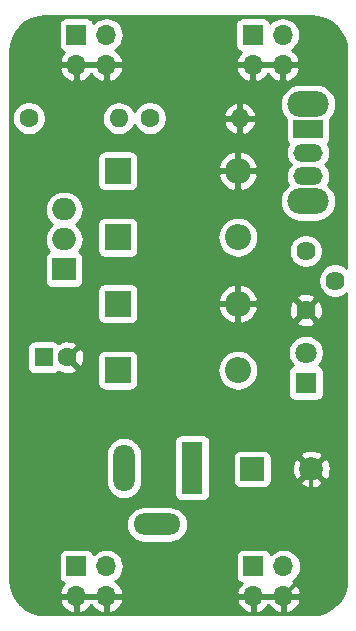
<source format=gbl>
G04 #@! TF.GenerationSoftware,KiCad,Pcbnew,(5.1.4)-1*
G04 #@! TF.CreationDate,2021-12-08T14:09:57-07:00*
G04 #@! TF.ProjectId,BreadBoard PS Variable,42726561-6442-46f6-9172-642050532056,2*
G04 #@! TF.SameCoordinates,Original*
G04 #@! TF.FileFunction,Copper,L2,Bot*
G04 #@! TF.FilePolarity,Positive*
%FSLAX46Y46*%
G04 Gerber Fmt 4.6, Leading zero omitted, Abs format (unit mm)*
G04 Created by KiCad (PCBNEW (5.1.4)-1) date 2021-12-08 14:09:57*
%MOMM*%
%LPD*%
G04 APERTURE LIST*
%ADD10C,1.600000*%
%ADD11R,1.600000X1.600000*%
%ADD12O,2.000000X1.905000*%
%ADD13R,2.000000X1.905000*%
%ADD14O,3.500000X2.200000*%
%ADD15O,2.500000X1.500000*%
%ADD16R,2.500000X1.500000*%
%ADD17C,1.620000*%
%ADD18O,1.600000X1.600000*%
%ADD19R,2.000000X2.000000*%
%ADD20C,2.000000*%
%ADD21R,2.200000X2.200000*%
%ADD22O,2.200000X2.200000*%
%ADD23R,1.800000X1.800000*%
%ADD24C,1.800000*%
%ADD25O,4.000000X1.800000*%
%ADD26O,1.800000X4.000000*%
%ADD27R,1.800000X4.400000*%
%ADD28R,1.700000X1.700000*%
%ADD29O,1.700000X1.700000*%
%ADD30C,0.300000*%
%ADD31C,0.254000*%
G04 APERTURE END LIST*
D10*
X146627600Y-101612700D03*
D11*
X144627600Y-101612700D03*
D12*
X146367500Y-89077800D03*
X146367500Y-91617800D03*
D13*
X146367500Y-94157800D03*
D14*
X167017700Y-88383300D03*
X167017700Y-80183300D03*
D15*
X167017700Y-86283300D03*
X167017700Y-84283300D03*
D16*
X167017700Y-82283300D03*
D17*
X166814500Y-92608400D03*
X169314500Y-95108400D03*
X166814500Y-97608400D03*
D18*
X150990300Y-81368900D03*
D10*
X143370300Y-81368900D03*
D19*
X162293300Y-111061500D03*
D20*
X167293300Y-111061500D03*
D21*
X150911000Y-102692200D03*
D22*
X161071000Y-102692200D03*
X161071000Y-97069675D03*
D21*
X150911000Y-97069675D03*
X150911000Y-91447150D03*
D22*
X161071000Y-91447150D03*
X161071000Y-85824625D03*
D21*
X150911000Y-85824625D03*
D23*
X166827200Y-103759000D03*
D24*
X166827200Y-101219000D03*
D25*
X154213300Y-115759900D03*
D26*
X151413300Y-110959900D03*
D27*
X157213300Y-110959900D03*
D28*
X147387500Y-119291100D03*
D29*
X149927500Y-119291100D03*
X147387500Y-121831100D03*
X149927500Y-121831100D03*
X164875400Y-76847700D03*
X162335400Y-76847700D03*
X164875400Y-74307700D03*
D28*
X162335400Y-74307700D03*
D29*
X149927500Y-76847700D03*
X147387500Y-76847700D03*
X149927500Y-74307700D03*
D28*
X147387500Y-74307700D03*
X162398900Y-119291100D03*
D29*
X164938900Y-119291100D03*
X162398900Y-121831100D03*
X164938900Y-121831100D03*
D10*
X153619200Y-81368900D03*
D18*
X161239200Y-81368900D03*
D30*
X162335400Y-76847700D02*
X164875400Y-76847700D01*
X162335400Y-76847700D02*
X149927500Y-76847700D01*
X149927500Y-76847700D02*
X147387500Y-76847700D01*
X149927500Y-121831100D02*
X162398900Y-121831100D01*
X162398900Y-121831100D02*
X164938900Y-121831100D01*
X149927500Y-121831100D02*
X147387500Y-121831100D01*
X167293300Y-119476700D02*
X165163500Y-121606500D01*
X167293300Y-111061500D02*
X167293300Y-119476700D01*
D31*
G36*
X167894255Y-72791726D02*
G01*
X168444232Y-72957773D01*
X168951482Y-73227483D01*
X169396686Y-73590583D01*
X169762885Y-74033242D01*
X170036128Y-74538595D01*
X170206013Y-75087404D01*
X170269300Y-75689542D01*
X170269300Y-75864118D01*
X170269301Y-75864128D01*
X170269301Y-94019662D01*
X170235634Y-93985995D01*
X169998964Y-93827857D01*
X169735991Y-93718930D01*
X169456820Y-93663400D01*
X169172180Y-93663400D01*
X168893009Y-93718930D01*
X168630036Y-93827857D01*
X168393366Y-93985995D01*
X168192095Y-94187266D01*
X168033957Y-94423936D01*
X167925030Y-94686909D01*
X167869500Y-94966080D01*
X167869500Y-95250720D01*
X167925030Y-95529891D01*
X168033957Y-95792864D01*
X168192095Y-96029534D01*
X168393366Y-96230805D01*
X168630036Y-96388943D01*
X168893009Y-96497870D01*
X169172180Y-96553400D01*
X169456820Y-96553400D01*
X169735991Y-96497870D01*
X169998964Y-96388943D01*
X170235634Y-96230805D01*
X170269301Y-96197138D01*
X170269300Y-120401821D01*
X170210074Y-121005854D01*
X170044026Y-121555834D01*
X169774315Y-122063085D01*
X169411218Y-122508286D01*
X168968558Y-122874485D01*
X168463205Y-123147728D01*
X167914397Y-123317613D01*
X167312258Y-123380900D01*
X144761479Y-123380900D01*
X144157446Y-123321674D01*
X143607466Y-123155626D01*
X143100215Y-122885915D01*
X142655014Y-122522818D01*
X142378022Y-122187990D01*
X145946024Y-122187990D01*
X145990675Y-122335199D01*
X146115859Y-122598020D01*
X146289912Y-122831369D01*
X146506145Y-123026278D01*
X146756248Y-123175257D01*
X147030609Y-123272581D01*
X147260500Y-123151914D01*
X147260500Y-121958100D01*
X147514500Y-121958100D01*
X147514500Y-123151914D01*
X147744391Y-123272581D01*
X148018752Y-123175257D01*
X148268855Y-123026278D01*
X148485088Y-122831369D01*
X148657500Y-122600220D01*
X148829912Y-122831369D01*
X149046145Y-123026278D01*
X149296248Y-123175257D01*
X149570609Y-123272581D01*
X149800500Y-123151914D01*
X149800500Y-121958100D01*
X150054500Y-121958100D01*
X150054500Y-123151914D01*
X150284391Y-123272581D01*
X150558752Y-123175257D01*
X150808855Y-123026278D01*
X151025088Y-122831369D01*
X151199141Y-122598020D01*
X151324325Y-122335199D01*
X151368976Y-122187990D01*
X160957424Y-122187990D01*
X161002075Y-122335199D01*
X161127259Y-122598020D01*
X161301312Y-122831369D01*
X161517545Y-123026278D01*
X161767648Y-123175257D01*
X162042009Y-123272581D01*
X162271900Y-123151914D01*
X162271900Y-121958100D01*
X162525900Y-121958100D01*
X162525900Y-123151914D01*
X162755791Y-123272581D01*
X163030152Y-123175257D01*
X163280255Y-123026278D01*
X163496488Y-122831369D01*
X163668900Y-122600220D01*
X163841312Y-122831369D01*
X164057545Y-123026278D01*
X164307648Y-123175257D01*
X164582009Y-123272581D01*
X164811900Y-123151914D01*
X164811900Y-121958100D01*
X165065900Y-121958100D01*
X165065900Y-123151914D01*
X165295791Y-123272581D01*
X165570152Y-123175257D01*
X165820255Y-123026278D01*
X166036488Y-122831369D01*
X166210541Y-122598020D01*
X166335725Y-122335199D01*
X166380376Y-122187990D01*
X166259055Y-121958100D01*
X165065900Y-121958100D01*
X164811900Y-121958100D01*
X162525900Y-121958100D01*
X162271900Y-121958100D01*
X161078745Y-121958100D01*
X160957424Y-122187990D01*
X151368976Y-122187990D01*
X151247655Y-121958100D01*
X150054500Y-121958100D01*
X149800500Y-121958100D01*
X147514500Y-121958100D01*
X147260500Y-121958100D01*
X146067345Y-121958100D01*
X145946024Y-122187990D01*
X142378022Y-122187990D01*
X142288815Y-122080158D01*
X142015572Y-121574805D01*
X141845687Y-121025997D01*
X141782400Y-120423858D01*
X141782400Y-118441100D01*
X145899428Y-118441100D01*
X145899428Y-120141100D01*
X145911688Y-120265582D01*
X145947998Y-120385280D01*
X146006963Y-120495594D01*
X146086315Y-120592285D01*
X146183006Y-120671637D01*
X146293320Y-120730602D01*
X146373966Y-120755066D01*
X146289912Y-120830831D01*
X146115859Y-121064180D01*
X145990675Y-121327001D01*
X145946024Y-121474210D01*
X146067345Y-121704100D01*
X147260500Y-121704100D01*
X147260500Y-121684100D01*
X147514500Y-121684100D01*
X147514500Y-121704100D01*
X149800500Y-121704100D01*
X149800500Y-121684100D01*
X150054500Y-121684100D01*
X150054500Y-121704100D01*
X151247655Y-121704100D01*
X151368976Y-121474210D01*
X151324325Y-121327001D01*
X151199141Y-121064180D01*
X151025088Y-120830831D01*
X150808855Y-120635922D01*
X150691977Y-120566301D01*
X150756514Y-120531806D01*
X150982634Y-120346234D01*
X151168206Y-120120114D01*
X151306099Y-119862134D01*
X151391013Y-119582211D01*
X151419685Y-119291100D01*
X151391013Y-118999989D01*
X151306099Y-118720066D01*
X151168206Y-118462086D01*
X151150984Y-118441100D01*
X160910828Y-118441100D01*
X160910828Y-120141100D01*
X160923088Y-120265582D01*
X160959398Y-120385280D01*
X161018363Y-120495594D01*
X161097715Y-120592285D01*
X161194406Y-120671637D01*
X161304720Y-120730602D01*
X161385366Y-120755066D01*
X161301312Y-120830831D01*
X161127259Y-121064180D01*
X161002075Y-121327001D01*
X160957424Y-121474210D01*
X161078745Y-121704100D01*
X162271900Y-121704100D01*
X162271900Y-121684100D01*
X162525900Y-121684100D01*
X162525900Y-121704100D01*
X164811900Y-121704100D01*
X164811900Y-121684100D01*
X165065900Y-121684100D01*
X165065900Y-121704100D01*
X166259055Y-121704100D01*
X166380376Y-121474210D01*
X166335725Y-121327001D01*
X166210541Y-121064180D01*
X166036488Y-120830831D01*
X165820255Y-120635922D01*
X165703377Y-120566301D01*
X165767914Y-120531806D01*
X165994034Y-120346234D01*
X166179606Y-120120114D01*
X166317499Y-119862134D01*
X166402413Y-119582211D01*
X166431085Y-119291100D01*
X166402413Y-118999989D01*
X166317499Y-118720066D01*
X166179606Y-118462086D01*
X165994034Y-118235966D01*
X165767914Y-118050394D01*
X165509934Y-117912501D01*
X165230011Y-117827587D01*
X165011850Y-117806100D01*
X164865950Y-117806100D01*
X164647789Y-117827587D01*
X164367866Y-117912501D01*
X164109886Y-118050394D01*
X163883766Y-118235966D01*
X163859293Y-118265787D01*
X163838402Y-118196920D01*
X163779437Y-118086606D01*
X163700085Y-117989915D01*
X163603394Y-117910563D01*
X163493080Y-117851598D01*
X163373382Y-117815288D01*
X163248900Y-117803028D01*
X161548900Y-117803028D01*
X161424418Y-117815288D01*
X161304720Y-117851598D01*
X161194406Y-117910563D01*
X161097715Y-117989915D01*
X161018363Y-118086606D01*
X160959398Y-118196920D01*
X160923088Y-118316618D01*
X160910828Y-118441100D01*
X151150984Y-118441100D01*
X150982634Y-118235966D01*
X150756514Y-118050394D01*
X150498534Y-117912501D01*
X150218611Y-117827587D01*
X150000450Y-117806100D01*
X149854550Y-117806100D01*
X149636389Y-117827587D01*
X149356466Y-117912501D01*
X149098486Y-118050394D01*
X148872366Y-118235966D01*
X148847893Y-118265787D01*
X148827002Y-118196920D01*
X148768037Y-118086606D01*
X148688685Y-117989915D01*
X148591994Y-117910563D01*
X148481680Y-117851598D01*
X148361982Y-117815288D01*
X148237500Y-117803028D01*
X146537500Y-117803028D01*
X146413018Y-117815288D01*
X146293320Y-117851598D01*
X146183006Y-117910563D01*
X146086315Y-117989915D01*
X146006963Y-118086606D01*
X145947998Y-118196920D01*
X145911688Y-118316618D01*
X145899428Y-118441100D01*
X141782400Y-118441100D01*
X141782400Y-115759900D01*
X151570873Y-115759900D01*
X151600510Y-116060813D01*
X151688283Y-116350161D01*
X151830819Y-116616827D01*
X152022639Y-116850561D01*
X152256373Y-117042381D01*
X152523039Y-117184917D01*
X152812387Y-117272690D01*
X153037892Y-117294900D01*
X155388708Y-117294900D01*
X155614213Y-117272690D01*
X155903561Y-117184917D01*
X156170227Y-117042381D01*
X156403961Y-116850561D01*
X156595781Y-116616827D01*
X156738317Y-116350161D01*
X156826090Y-116060813D01*
X156855727Y-115759900D01*
X156826090Y-115458987D01*
X156738317Y-115169639D01*
X156595781Y-114902973D01*
X156403961Y-114669239D01*
X156170227Y-114477419D01*
X155903561Y-114334883D01*
X155614213Y-114247110D01*
X155388708Y-114224900D01*
X153037892Y-114224900D01*
X152812387Y-114247110D01*
X152523039Y-114334883D01*
X152256373Y-114477419D01*
X152022639Y-114669239D01*
X151830819Y-114902973D01*
X151688283Y-115169639D01*
X151600510Y-115458987D01*
X151570873Y-115759900D01*
X141782400Y-115759900D01*
X141782400Y-112135307D01*
X149878300Y-112135307D01*
X149900510Y-112360812D01*
X149988283Y-112650160D01*
X150130819Y-112916826D01*
X150322639Y-113150561D01*
X150556373Y-113342381D01*
X150823039Y-113484917D01*
X151112387Y-113572690D01*
X151413300Y-113602327D01*
X151714212Y-113572690D01*
X152003560Y-113484917D01*
X152270226Y-113342381D01*
X152503961Y-113150561D01*
X152695781Y-112916827D01*
X152838317Y-112650161D01*
X152926090Y-112360813D01*
X152948300Y-112135308D01*
X152948300Y-109784492D01*
X152926090Y-109558987D01*
X152838317Y-109269639D01*
X152695781Y-109002973D01*
X152503961Y-108769239D01*
X152492582Y-108759900D01*
X155675228Y-108759900D01*
X155675228Y-113159900D01*
X155687488Y-113284382D01*
X155723798Y-113404080D01*
X155782763Y-113514394D01*
X155862115Y-113611085D01*
X155958806Y-113690437D01*
X156069120Y-113749402D01*
X156188818Y-113785712D01*
X156313300Y-113797972D01*
X158113300Y-113797972D01*
X158237782Y-113785712D01*
X158357480Y-113749402D01*
X158467794Y-113690437D01*
X158564485Y-113611085D01*
X158643837Y-113514394D01*
X158702802Y-113404080D01*
X158739112Y-113284382D01*
X158751372Y-113159900D01*
X158751372Y-110061500D01*
X160655228Y-110061500D01*
X160655228Y-112061500D01*
X160667488Y-112185982D01*
X160703798Y-112305680D01*
X160762763Y-112415994D01*
X160842115Y-112512685D01*
X160938806Y-112592037D01*
X161049120Y-112651002D01*
X161168818Y-112687312D01*
X161293300Y-112699572D01*
X163293300Y-112699572D01*
X163417782Y-112687312D01*
X163537480Y-112651002D01*
X163647794Y-112592037D01*
X163744485Y-112512685D01*
X163823837Y-112415994D01*
X163882802Y-112305680D01*
X163915796Y-112196913D01*
X166337492Y-112196913D01*
X166433256Y-112461314D01*
X166722871Y-112602204D01*
X167034408Y-112683884D01*
X167355895Y-112703218D01*
X167674975Y-112659461D01*
X167979388Y-112554295D01*
X168153344Y-112461314D01*
X168249108Y-112196913D01*
X167293300Y-111241105D01*
X166337492Y-112196913D01*
X163915796Y-112196913D01*
X163919112Y-112185982D01*
X163931372Y-112061500D01*
X163931372Y-111124095D01*
X165651582Y-111124095D01*
X165695339Y-111443175D01*
X165800505Y-111747588D01*
X165893486Y-111921544D01*
X166157887Y-112017308D01*
X167113695Y-111061500D01*
X167472905Y-111061500D01*
X168428713Y-112017308D01*
X168693114Y-111921544D01*
X168834004Y-111631929D01*
X168915684Y-111320392D01*
X168935018Y-110998905D01*
X168891261Y-110679825D01*
X168786095Y-110375412D01*
X168693114Y-110201456D01*
X168428713Y-110105692D01*
X167472905Y-111061500D01*
X167113695Y-111061500D01*
X166157887Y-110105692D01*
X165893486Y-110201456D01*
X165752596Y-110491071D01*
X165670916Y-110802608D01*
X165651582Y-111124095D01*
X163931372Y-111124095D01*
X163931372Y-110061500D01*
X163919112Y-109937018D01*
X163915797Y-109926087D01*
X166337492Y-109926087D01*
X167293300Y-110881895D01*
X168249108Y-109926087D01*
X168153344Y-109661686D01*
X167863729Y-109520796D01*
X167552192Y-109439116D01*
X167230705Y-109419782D01*
X166911625Y-109463539D01*
X166607212Y-109568705D01*
X166433256Y-109661686D01*
X166337492Y-109926087D01*
X163915797Y-109926087D01*
X163882802Y-109817320D01*
X163823837Y-109707006D01*
X163744485Y-109610315D01*
X163647794Y-109530963D01*
X163537480Y-109471998D01*
X163417782Y-109435688D01*
X163293300Y-109423428D01*
X161293300Y-109423428D01*
X161168818Y-109435688D01*
X161049120Y-109471998D01*
X160938806Y-109530963D01*
X160842115Y-109610315D01*
X160762763Y-109707006D01*
X160703798Y-109817320D01*
X160667488Y-109937018D01*
X160655228Y-110061500D01*
X158751372Y-110061500D01*
X158751372Y-108759900D01*
X158739112Y-108635418D01*
X158702802Y-108515720D01*
X158643837Y-108405406D01*
X158564485Y-108308715D01*
X158467794Y-108229363D01*
X158357480Y-108170398D01*
X158237782Y-108134088D01*
X158113300Y-108121828D01*
X156313300Y-108121828D01*
X156188818Y-108134088D01*
X156069120Y-108170398D01*
X155958806Y-108229363D01*
X155862115Y-108308715D01*
X155782763Y-108405406D01*
X155723798Y-108515720D01*
X155687488Y-108635418D01*
X155675228Y-108759900D01*
X152492582Y-108759900D01*
X152270227Y-108577419D01*
X152003561Y-108434883D01*
X151714213Y-108347110D01*
X151413300Y-108317473D01*
X151112388Y-108347110D01*
X150823040Y-108434883D01*
X150556374Y-108577419D01*
X150322640Y-108769239D01*
X150130820Y-109002973D01*
X149988284Y-109269639D01*
X149900511Y-109558987D01*
X149878301Y-109784492D01*
X149878300Y-112135307D01*
X141782400Y-112135307D01*
X141782400Y-100812700D01*
X143189528Y-100812700D01*
X143189528Y-102412700D01*
X143201788Y-102537182D01*
X143238098Y-102656880D01*
X143297063Y-102767194D01*
X143376415Y-102863885D01*
X143473106Y-102943237D01*
X143583420Y-103002202D01*
X143703118Y-103038512D01*
X143827600Y-103050772D01*
X145427600Y-103050772D01*
X145552082Y-103038512D01*
X145671780Y-103002202D01*
X145782094Y-102943237D01*
X145878785Y-102863885D01*
X145889407Y-102850942D01*
X146141596Y-102970271D01*
X146415784Y-103039000D01*
X146698112Y-103052917D01*
X146977730Y-103011487D01*
X147243892Y-102916303D01*
X147369114Y-102849371D01*
X147440697Y-102605402D01*
X146627600Y-101792305D01*
X146613458Y-101806448D01*
X146433853Y-101626843D01*
X146447995Y-101612700D01*
X146807205Y-101612700D01*
X147620302Y-102425797D01*
X147864271Y-102354214D01*
X147985171Y-102098704D01*
X148053900Y-101824516D01*
X148065351Y-101592200D01*
X149172928Y-101592200D01*
X149172928Y-103792200D01*
X149185188Y-103916682D01*
X149221498Y-104036380D01*
X149280463Y-104146694D01*
X149359815Y-104243385D01*
X149456506Y-104322737D01*
X149566820Y-104381702D01*
X149686518Y-104418012D01*
X149811000Y-104430272D01*
X152011000Y-104430272D01*
X152135482Y-104418012D01*
X152255180Y-104381702D01*
X152365494Y-104322737D01*
X152462185Y-104243385D01*
X152541537Y-104146694D01*
X152600502Y-104036380D01*
X152636812Y-103916682D01*
X152649072Y-103792200D01*
X152649072Y-102692200D01*
X159327606Y-102692200D01*
X159361105Y-103032319D01*
X159460314Y-103359368D01*
X159621421Y-103660778D01*
X159838234Y-103924966D01*
X160102422Y-104141779D01*
X160403832Y-104302886D01*
X160730881Y-104402095D01*
X160985775Y-104427200D01*
X161156225Y-104427200D01*
X161411119Y-104402095D01*
X161738168Y-104302886D01*
X162039578Y-104141779D01*
X162303766Y-103924966D01*
X162520579Y-103660778D01*
X162681686Y-103359368D01*
X162780895Y-103032319D01*
X162797965Y-102859000D01*
X165289128Y-102859000D01*
X165289128Y-104659000D01*
X165301388Y-104783482D01*
X165337698Y-104903180D01*
X165396663Y-105013494D01*
X165476015Y-105110185D01*
X165572706Y-105189537D01*
X165683020Y-105248502D01*
X165802718Y-105284812D01*
X165927200Y-105297072D01*
X167727200Y-105297072D01*
X167851682Y-105284812D01*
X167971380Y-105248502D01*
X168081694Y-105189537D01*
X168178385Y-105110185D01*
X168257737Y-105013494D01*
X168316702Y-104903180D01*
X168353012Y-104783482D01*
X168365272Y-104659000D01*
X168365272Y-102859000D01*
X168353012Y-102734518D01*
X168316702Y-102614820D01*
X168257737Y-102504506D01*
X168178385Y-102407815D01*
X168081694Y-102328463D01*
X167971380Y-102269498D01*
X167953073Y-102263944D01*
X168019512Y-102197505D01*
X168187499Y-101946095D01*
X168303211Y-101666743D01*
X168362200Y-101370184D01*
X168362200Y-101067816D01*
X168303211Y-100771257D01*
X168187499Y-100491905D01*
X168019512Y-100240495D01*
X167805705Y-100026688D01*
X167554295Y-99858701D01*
X167274943Y-99742989D01*
X166978384Y-99684000D01*
X166676016Y-99684000D01*
X166379457Y-99742989D01*
X166100105Y-99858701D01*
X165848695Y-100026688D01*
X165634888Y-100240495D01*
X165466901Y-100491905D01*
X165351189Y-100771257D01*
X165292200Y-101067816D01*
X165292200Y-101370184D01*
X165351189Y-101666743D01*
X165466901Y-101946095D01*
X165634888Y-102197505D01*
X165701327Y-102263944D01*
X165683020Y-102269498D01*
X165572706Y-102328463D01*
X165476015Y-102407815D01*
X165396663Y-102504506D01*
X165337698Y-102614820D01*
X165301388Y-102734518D01*
X165289128Y-102859000D01*
X162797965Y-102859000D01*
X162814394Y-102692200D01*
X162780895Y-102352081D01*
X162681686Y-102025032D01*
X162520579Y-101723622D01*
X162303766Y-101459434D01*
X162039578Y-101242621D01*
X161738168Y-101081514D01*
X161411119Y-100982305D01*
X161156225Y-100957200D01*
X160985775Y-100957200D01*
X160730881Y-100982305D01*
X160403832Y-101081514D01*
X160102422Y-101242621D01*
X159838234Y-101459434D01*
X159621421Y-101723622D01*
X159460314Y-102025032D01*
X159361105Y-102352081D01*
X159327606Y-102692200D01*
X152649072Y-102692200D01*
X152649072Y-101592200D01*
X152636812Y-101467718D01*
X152600502Y-101348020D01*
X152541537Y-101237706D01*
X152462185Y-101141015D01*
X152365494Y-101061663D01*
X152255180Y-101002698D01*
X152135482Y-100966388D01*
X152011000Y-100954128D01*
X149811000Y-100954128D01*
X149686518Y-100966388D01*
X149566820Y-101002698D01*
X149456506Y-101061663D01*
X149359815Y-101141015D01*
X149280463Y-101237706D01*
X149221498Y-101348020D01*
X149185188Y-101467718D01*
X149172928Y-101592200D01*
X148065351Y-101592200D01*
X148067817Y-101542188D01*
X148026387Y-101262570D01*
X147931203Y-100996408D01*
X147864271Y-100871186D01*
X147620302Y-100799603D01*
X146807205Y-101612700D01*
X146447995Y-101612700D01*
X146433853Y-101598558D01*
X146613458Y-101418953D01*
X146627600Y-101433095D01*
X147440697Y-100619998D01*
X147369114Y-100376029D01*
X147113604Y-100255129D01*
X146839416Y-100186400D01*
X146557088Y-100172483D01*
X146277470Y-100213913D01*
X146011308Y-100309097D01*
X145889291Y-100374316D01*
X145878785Y-100361515D01*
X145782094Y-100282163D01*
X145671780Y-100223198D01*
X145552082Y-100186888D01*
X145427600Y-100174628D01*
X143827600Y-100174628D01*
X143703118Y-100186888D01*
X143583420Y-100223198D01*
X143473106Y-100282163D01*
X143376415Y-100361515D01*
X143297063Y-100458206D01*
X143238098Y-100568520D01*
X143201788Y-100688218D01*
X143189528Y-100812700D01*
X141782400Y-100812700D01*
X141782400Y-95969675D01*
X149172928Y-95969675D01*
X149172928Y-98169675D01*
X149185188Y-98294157D01*
X149221498Y-98413855D01*
X149280463Y-98524169D01*
X149359815Y-98620860D01*
X149456506Y-98700212D01*
X149566820Y-98759177D01*
X149686518Y-98795487D01*
X149811000Y-98807747D01*
X152011000Y-98807747D01*
X152135482Y-98795487D01*
X152255180Y-98759177D01*
X152365494Y-98700212D01*
X152462185Y-98620860D01*
X152541537Y-98524169D01*
X152600502Y-98413855D01*
X152636812Y-98294157D01*
X152649072Y-98169675D01*
X152649072Y-97465797D01*
X159381825Y-97465797D01*
X159446425Y-97678769D01*
X159596469Y-97984004D01*
X159803178Y-98254102D01*
X160058609Y-98478683D01*
X160352946Y-98649117D01*
X160674877Y-98758854D01*
X160944000Y-98641275D01*
X160944000Y-97196675D01*
X161198000Y-97196675D01*
X161198000Y-98641275D01*
X161467123Y-98758854D01*
X161789054Y-98649117D01*
X161859642Y-98608243D01*
X165994262Y-98608243D01*
X166067056Y-98853232D01*
X166324273Y-98975133D01*
X166600329Y-99044510D01*
X166884615Y-99058698D01*
X167166206Y-99017152D01*
X167434283Y-98921468D01*
X167561944Y-98853232D01*
X167634738Y-98608243D01*
X166814500Y-97788005D01*
X165994262Y-98608243D01*
X161859642Y-98608243D01*
X162083391Y-98478683D01*
X162338822Y-98254102D01*
X162545531Y-97984004D01*
X162695575Y-97678769D01*
X162695652Y-97678515D01*
X165364202Y-97678515D01*
X165405748Y-97960106D01*
X165501432Y-98228183D01*
X165569668Y-98355844D01*
X165814657Y-98428638D01*
X166634895Y-97608400D01*
X166994105Y-97608400D01*
X167814343Y-98428638D01*
X168059332Y-98355844D01*
X168181233Y-98098627D01*
X168250610Y-97822571D01*
X168264798Y-97538285D01*
X168223252Y-97256694D01*
X168127568Y-96988617D01*
X168059332Y-96860956D01*
X167814343Y-96788162D01*
X166994105Y-97608400D01*
X166634895Y-97608400D01*
X165814657Y-96788162D01*
X165569668Y-96860956D01*
X165447767Y-97118173D01*
X165378390Y-97394229D01*
X165364202Y-97678515D01*
X162695652Y-97678515D01*
X162760175Y-97465797D01*
X162642125Y-97196675D01*
X161198000Y-97196675D01*
X160944000Y-97196675D01*
X159499875Y-97196675D01*
X159381825Y-97465797D01*
X152649072Y-97465797D01*
X152649072Y-96673553D01*
X159381825Y-96673553D01*
X159499875Y-96942675D01*
X160944000Y-96942675D01*
X160944000Y-95498075D01*
X161198000Y-95498075D01*
X161198000Y-96942675D01*
X162642125Y-96942675D01*
X162760175Y-96673553D01*
X162740461Y-96608557D01*
X165994262Y-96608557D01*
X166814500Y-97428795D01*
X167634738Y-96608557D01*
X167561944Y-96363568D01*
X167304727Y-96241667D01*
X167028671Y-96172290D01*
X166744385Y-96158102D01*
X166462794Y-96199648D01*
X166194717Y-96295332D01*
X166067056Y-96363568D01*
X165994262Y-96608557D01*
X162740461Y-96608557D01*
X162695575Y-96460581D01*
X162545531Y-96155346D01*
X162338822Y-95885248D01*
X162083391Y-95660667D01*
X161789054Y-95490233D01*
X161467123Y-95380496D01*
X161198000Y-95498075D01*
X160944000Y-95498075D01*
X160674877Y-95380496D01*
X160352946Y-95490233D01*
X160058609Y-95660667D01*
X159803178Y-95885248D01*
X159596469Y-96155346D01*
X159446425Y-96460581D01*
X159381825Y-96673553D01*
X152649072Y-96673553D01*
X152649072Y-95969675D01*
X152636812Y-95845193D01*
X152600502Y-95725495D01*
X152541537Y-95615181D01*
X152462185Y-95518490D01*
X152365494Y-95439138D01*
X152255180Y-95380173D01*
X152135482Y-95343863D01*
X152011000Y-95331603D01*
X149811000Y-95331603D01*
X149686518Y-95343863D01*
X149566820Y-95380173D01*
X149456506Y-95439138D01*
X149359815Y-95518490D01*
X149280463Y-95615181D01*
X149221498Y-95725495D01*
X149185188Y-95845193D01*
X149172928Y-95969675D01*
X141782400Y-95969675D01*
X141782400Y-89077800D01*
X144724819Y-89077800D01*
X144755470Y-89389004D01*
X144846245Y-89688249D01*
X144993655Y-89964035D01*
X145192037Y-90205763D01*
X145365109Y-90347800D01*
X145192037Y-90489837D01*
X144993655Y-90731565D01*
X144846245Y-91007351D01*
X144755470Y-91306596D01*
X144724819Y-91617800D01*
X144755470Y-91929004D01*
X144846245Y-92228249D01*
X144993655Y-92504035D01*
X145096946Y-92629895D01*
X145013006Y-92674763D01*
X144916315Y-92754115D01*
X144836963Y-92850806D01*
X144777998Y-92961120D01*
X144741688Y-93080818D01*
X144729428Y-93205300D01*
X144729428Y-95110300D01*
X144741688Y-95234782D01*
X144777998Y-95354480D01*
X144836963Y-95464794D01*
X144916315Y-95561485D01*
X145013006Y-95640837D01*
X145123320Y-95699802D01*
X145243018Y-95736112D01*
X145367500Y-95748372D01*
X147367500Y-95748372D01*
X147491982Y-95736112D01*
X147611680Y-95699802D01*
X147721994Y-95640837D01*
X147818685Y-95561485D01*
X147898037Y-95464794D01*
X147957002Y-95354480D01*
X147993312Y-95234782D01*
X148005572Y-95110300D01*
X148005572Y-93205300D01*
X147993312Y-93080818D01*
X147957002Y-92961120D01*
X147898037Y-92850806D01*
X147818685Y-92754115D01*
X147721994Y-92674763D01*
X147638054Y-92629895D01*
X147741345Y-92504035D01*
X147888755Y-92228249D01*
X147979530Y-91929004D01*
X148010181Y-91617800D01*
X147979530Y-91306596D01*
X147888755Y-91007351D01*
X147741345Y-90731565D01*
X147542963Y-90489837D01*
X147369891Y-90347800D01*
X147370683Y-90347150D01*
X149172928Y-90347150D01*
X149172928Y-92547150D01*
X149185188Y-92671632D01*
X149221498Y-92791330D01*
X149280463Y-92901644D01*
X149359815Y-92998335D01*
X149456506Y-93077687D01*
X149566820Y-93136652D01*
X149686518Y-93172962D01*
X149811000Y-93185222D01*
X152011000Y-93185222D01*
X152135482Y-93172962D01*
X152255180Y-93136652D01*
X152365494Y-93077687D01*
X152462185Y-92998335D01*
X152541537Y-92901644D01*
X152600502Y-92791330D01*
X152636812Y-92671632D01*
X152649072Y-92547150D01*
X152649072Y-91447150D01*
X159327606Y-91447150D01*
X159361105Y-91787269D01*
X159460314Y-92114318D01*
X159621421Y-92415728D01*
X159838234Y-92679916D01*
X160102422Y-92896729D01*
X160403832Y-93057836D01*
X160730881Y-93157045D01*
X160985775Y-93182150D01*
X161156225Y-93182150D01*
X161411119Y-93157045D01*
X161738168Y-93057836D01*
X162039578Y-92896729D01*
X162303766Y-92679916D01*
X162479256Y-92466080D01*
X165369500Y-92466080D01*
X165369500Y-92750720D01*
X165425030Y-93029891D01*
X165533957Y-93292864D01*
X165692095Y-93529534D01*
X165893366Y-93730805D01*
X166130036Y-93888943D01*
X166393009Y-93997870D01*
X166672180Y-94053400D01*
X166956820Y-94053400D01*
X167235991Y-93997870D01*
X167498964Y-93888943D01*
X167735634Y-93730805D01*
X167936905Y-93529534D01*
X168095043Y-93292864D01*
X168203970Y-93029891D01*
X168259500Y-92750720D01*
X168259500Y-92466080D01*
X168203970Y-92186909D01*
X168095043Y-91923936D01*
X167936905Y-91687266D01*
X167735634Y-91485995D01*
X167498964Y-91327857D01*
X167235991Y-91218930D01*
X166956820Y-91163400D01*
X166672180Y-91163400D01*
X166393009Y-91218930D01*
X166130036Y-91327857D01*
X165893366Y-91485995D01*
X165692095Y-91687266D01*
X165533957Y-91923936D01*
X165425030Y-92186909D01*
X165369500Y-92466080D01*
X162479256Y-92466080D01*
X162520579Y-92415728D01*
X162681686Y-92114318D01*
X162780895Y-91787269D01*
X162814394Y-91447150D01*
X162780895Y-91107031D01*
X162681686Y-90779982D01*
X162520579Y-90478572D01*
X162303766Y-90214384D01*
X162039578Y-89997571D01*
X161738168Y-89836464D01*
X161411119Y-89737255D01*
X161156225Y-89712150D01*
X160985775Y-89712150D01*
X160730881Y-89737255D01*
X160403832Y-89836464D01*
X160102422Y-89997571D01*
X159838234Y-90214384D01*
X159621421Y-90478572D01*
X159460314Y-90779982D01*
X159361105Y-91107031D01*
X159327606Y-91447150D01*
X152649072Y-91447150D01*
X152649072Y-90347150D01*
X152636812Y-90222668D01*
X152600502Y-90102970D01*
X152541537Y-89992656D01*
X152462185Y-89895965D01*
X152365494Y-89816613D01*
X152255180Y-89757648D01*
X152135482Y-89721338D01*
X152011000Y-89709078D01*
X149811000Y-89709078D01*
X149686518Y-89721338D01*
X149566820Y-89757648D01*
X149456506Y-89816613D01*
X149359815Y-89895965D01*
X149280463Y-89992656D01*
X149221498Y-90102970D01*
X149185188Y-90222668D01*
X149172928Y-90347150D01*
X147370683Y-90347150D01*
X147542963Y-90205763D01*
X147741345Y-89964035D01*
X147888755Y-89688249D01*
X147979530Y-89389004D01*
X148010181Y-89077800D01*
X147979530Y-88766596D01*
X147888755Y-88467351D01*
X147741345Y-88191565D01*
X147542963Y-87949837D01*
X147301235Y-87751455D01*
X147025449Y-87604045D01*
X146726204Y-87513270D01*
X146492986Y-87490300D01*
X146242014Y-87490300D01*
X146008796Y-87513270D01*
X145709551Y-87604045D01*
X145433765Y-87751455D01*
X145192037Y-87949837D01*
X144993655Y-88191565D01*
X144846245Y-88467351D01*
X144755470Y-88766596D01*
X144724819Y-89077800D01*
X141782400Y-89077800D01*
X141782400Y-84724625D01*
X149172928Y-84724625D01*
X149172928Y-86924625D01*
X149185188Y-87049107D01*
X149221498Y-87168805D01*
X149280463Y-87279119D01*
X149359815Y-87375810D01*
X149456506Y-87455162D01*
X149566820Y-87514127D01*
X149686518Y-87550437D01*
X149811000Y-87562697D01*
X152011000Y-87562697D01*
X152135482Y-87550437D01*
X152255180Y-87514127D01*
X152365494Y-87455162D01*
X152462185Y-87375810D01*
X152541537Y-87279119D01*
X152600502Y-87168805D01*
X152636812Y-87049107D01*
X152649072Y-86924625D01*
X152649072Y-86220747D01*
X159381825Y-86220747D01*
X159446425Y-86433719D01*
X159596469Y-86738954D01*
X159803178Y-87009052D01*
X160058609Y-87233633D01*
X160352946Y-87404067D01*
X160674877Y-87513804D01*
X160944000Y-87396225D01*
X160944000Y-85951625D01*
X161198000Y-85951625D01*
X161198000Y-87396225D01*
X161467123Y-87513804D01*
X161789054Y-87404067D01*
X162083391Y-87233633D01*
X162338822Y-87009052D01*
X162545531Y-86738954D01*
X162695575Y-86433719D01*
X162760175Y-86220747D01*
X162642125Y-85951625D01*
X161198000Y-85951625D01*
X160944000Y-85951625D01*
X159499875Y-85951625D01*
X159381825Y-86220747D01*
X152649072Y-86220747D01*
X152649072Y-85428503D01*
X159381825Y-85428503D01*
X159499875Y-85697625D01*
X160944000Y-85697625D01*
X160944000Y-84253025D01*
X161198000Y-84253025D01*
X161198000Y-85697625D01*
X162642125Y-85697625D01*
X162760175Y-85428503D01*
X162695575Y-85215531D01*
X162545531Y-84910296D01*
X162338822Y-84640198D01*
X162083391Y-84415617D01*
X161789054Y-84245183D01*
X161467123Y-84135446D01*
X161198000Y-84253025D01*
X160944000Y-84253025D01*
X160674877Y-84135446D01*
X160352946Y-84245183D01*
X160058609Y-84415617D01*
X159803178Y-84640198D01*
X159596469Y-84910296D01*
X159446425Y-85215531D01*
X159381825Y-85428503D01*
X152649072Y-85428503D01*
X152649072Y-84724625D01*
X152636812Y-84600143D01*
X152600502Y-84480445D01*
X152541537Y-84370131D01*
X152462185Y-84273440D01*
X152365494Y-84194088D01*
X152255180Y-84135123D01*
X152135482Y-84098813D01*
X152011000Y-84086553D01*
X149811000Y-84086553D01*
X149686518Y-84098813D01*
X149566820Y-84135123D01*
X149456506Y-84194088D01*
X149359815Y-84273440D01*
X149280463Y-84370131D01*
X149221498Y-84480445D01*
X149185188Y-84600143D01*
X149172928Y-84724625D01*
X141782400Y-84724625D01*
X141782400Y-81227565D01*
X141935300Y-81227565D01*
X141935300Y-81510235D01*
X141990447Y-81787474D01*
X142098620Y-82048627D01*
X142255663Y-82283659D01*
X142455541Y-82483537D01*
X142690573Y-82640580D01*
X142951726Y-82748753D01*
X143228965Y-82803900D01*
X143511635Y-82803900D01*
X143788874Y-82748753D01*
X144050027Y-82640580D01*
X144285059Y-82483537D01*
X144484937Y-82283659D01*
X144641980Y-82048627D01*
X144750153Y-81787474D01*
X144805300Y-81510235D01*
X144805300Y-81368900D01*
X149548357Y-81368900D01*
X149576064Y-81650209D01*
X149658118Y-81920708D01*
X149791368Y-82170001D01*
X149970692Y-82388508D01*
X150189199Y-82567832D01*
X150438492Y-82701082D01*
X150708991Y-82783136D01*
X150919808Y-82803900D01*
X151060792Y-82803900D01*
X151271609Y-82783136D01*
X151542108Y-82701082D01*
X151791401Y-82567832D01*
X152009908Y-82388508D01*
X152189232Y-82170001D01*
X152306736Y-81950166D01*
X152347520Y-82048627D01*
X152504563Y-82283659D01*
X152704441Y-82483537D01*
X152939473Y-82640580D01*
X153200626Y-82748753D01*
X153477865Y-82803900D01*
X153760535Y-82803900D01*
X154037774Y-82748753D01*
X154298927Y-82640580D01*
X154533959Y-82483537D01*
X154733837Y-82283659D01*
X154890880Y-82048627D01*
X154999053Y-81787474D01*
X155012884Y-81717939D01*
X159847296Y-81717939D01*
X159887954Y-81851987D01*
X160008163Y-82106320D01*
X160175681Y-82332314D01*
X160384069Y-82521285D01*
X160625319Y-82665970D01*
X160890160Y-82760809D01*
X161112200Y-82639524D01*
X161112200Y-81495900D01*
X161366200Y-81495900D01*
X161366200Y-82639524D01*
X161588240Y-82760809D01*
X161853081Y-82665970D01*
X162094331Y-82521285D01*
X162302719Y-82332314D01*
X162470237Y-82106320D01*
X162590446Y-81851987D01*
X162631104Y-81717939D01*
X162509115Y-81495900D01*
X161366200Y-81495900D01*
X161112200Y-81495900D01*
X159969285Y-81495900D01*
X159847296Y-81717939D01*
X155012884Y-81717939D01*
X155054200Y-81510235D01*
X155054200Y-81227565D01*
X155012885Y-81019861D01*
X159847296Y-81019861D01*
X159969285Y-81241900D01*
X161112200Y-81241900D01*
X161112200Y-80098276D01*
X161366200Y-80098276D01*
X161366200Y-81241900D01*
X162509115Y-81241900D01*
X162631104Y-81019861D01*
X162590446Y-80885813D01*
X162470237Y-80631480D01*
X162302719Y-80405486D01*
X162094331Y-80216515D01*
X162038948Y-80183300D01*
X164624306Y-80183300D01*
X164657805Y-80523419D01*
X164757014Y-80850468D01*
X164918121Y-81151878D01*
X165134934Y-81416066D01*
X165140708Y-81420804D01*
X165129628Y-81533300D01*
X165129628Y-83033300D01*
X165141888Y-83157782D01*
X165178198Y-83277480D01*
X165237163Y-83387794D01*
X165316515Y-83484485D01*
X165356640Y-83517414D01*
X165231936Y-83750719D01*
X165152740Y-84011793D01*
X165125999Y-84283300D01*
X165152740Y-84554807D01*
X165231936Y-84815881D01*
X165360543Y-85056488D01*
X165533619Y-85267381D01*
X165553016Y-85283300D01*
X165533619Y-85299219D01*
X165360543Y-85510112D01*
X165231936Y-85750719D01*
X165152740Y-86011793D01*
X165125999Y-86283300D01*
X165152740Y-86554807D01*
X165231936Y-86815881D01*
X165326694Y-86993161D01*
X165134934Y-87150534D01*
X164918121Y-87414722D01*
X164757014Y-87716132D01*
X164657805Y-88043181D01*
X164624306Y-88383300D01*
X164657805Y-88723419D01*
X164757014Y-89050468D01*
X164918121Y-89351878D01*
X165134934Y-89616066D01*
X165399122Y-89832879D01*
X165700532Y-89993986D01*
X166027581Y-90093195D01*
X166282475Y-90118300D01*
X167752925Y-90118300D01*
X168007819Y-90093195D01*
X168334868Y-89993986D01*
X168636278Y-89832879D01*
X168900466Y-89616066D01*
X169117279Y-89351878D01*
X169278386Y-89050468D01*
X169377595Y-88723419D01*
X169411094Y-88383300D01*
X169377595Y-88043181D01*
X169278386Y-87716132D01*
X169117279Y-87414722D01*
X168900466Y-87150534D01*
X168708706Y-86993161D01*
X168803464Y-86815881D01*
X168882660Y-86554807D01*
X168909401Y-86283300D01*
X168882660Y-86011793D01*
X168803464Y-85750719D01*
X168674857Y-85510112D01*
X168501781Y-85299219D01*
X168482384Y-85283300D01*
X168501781Y-85267381D01*
X168674857Y-85056488D01*
X168803464Y-84815881D01*
X168882660Y-84554807D01*
X168909401Y-84283300D01*
X168882660Y-84011793D01*
X168803464Y-83750719D01*
X168678760Y-83517414D01*
X168718885Y-83484485D01*
X168798237Y-83387794D01*
X168857202Y-83277480D01*
X168893512Y-83157782D01*
X168905772Y-83033300D01*
X168905772Y-81533300D01*
X168894692Y-81420804D01*
X168900466Y-81416066D01*
X169117279Y-81151878D01*
X169278386Y-80850468D01*
X169377595Y-80523419D01*
X169411094Y-80183300D01*
X169377595Y-79843181D01*
X169278386Y-79516132D01*
X169117279Y-79214722D01*
X168900466Y-78950534D01*
X168636278Y-78733721D01*
X168334868Y-78572614D01*
X168007819Y-78473405D01*
X167752925Y-78448300D01*
X166282475Y-78448300D01*
X166027581Y-78473405D01*
X165700532Y-78572614D01*
X165399122Y-78733721D01*
X165134934Y-78950534D01*
X164918121Y-79214722D01*
X164757014Y-79516132D01*
X164657805Y-79843181D01*
X164624306Y-80183300D01*
X162038948Y-80183300D01*
X161853081Y-80071830D01*
X161588240Y-79976991D01*
X161366200Y-80098276D01*
X161112200Y-80098276D01*
X160890160Y-79976991D01*
X160625319Y-80071830D01*
X160384069Y-80216515D01*
X160175681Y-80405486D01*
X160008163Y-80631480D01*
X159887954Y-80885813D01*
X159847296Y-81019861D01*
X155012885Y-81019861D01*
X154999053Y-80950326D01*
X154890880Y-80689173D01*
X154733837Y-80454141D01*
X154533959Y-80254263D01*
X154298927Y-80097220D01*
X154037774Y-79989047D01*
X153760535Y-79933900D01*
X153477865Y-79933900D01*
X153200626Y-79989047D01*
X152939473Y-80097220D01*
X152704441Y-80254263D01*
X152504563Y-80454141D01*
X152347520Y-80689173D01*
X152306736Y-80787634D01*
X152189232Y-80567799D01*
X152009908Y-80349292D01*
X151791401Y-80169968D01*
X151542108Y-80036718D01*
X151271609Y-79954664D01*
X151060792Y-79933900D01*
X150919808Y-79933900D01*
X150708991Y-79954664D01*
X150438492Y-80036718D01*
X150189199Y-80169968D01*
X149970692Y-80349292D01*
X149791368Y-80567799D01*
X149658118Y-80817092D01*
X149576064Y-81087591D01*
X149548357Y-81368900D01*
X144805300Y-81368900D01*
X144805300Y-81227565D01*
X144750153Y-80950326D01*
X144641980Y-80689173D01*
X144484937Y-80454141D01*
X144285059Y-80254263D01*
X144050027Y-80097220D01*
X143788874Y-79989047D01*
X143511635Y-79933900D01*
X143228965Y-79933900D01*
X142951726Y-79989047D01*
X142690573Y-80097220D01*
X142455541Y-80254263D01*
X142255663Y-80454141D01*
X142098620Y-80689173D01*
X141990447Y-80950326D01*
X141935300Y-81227565D01*
X141782400Y-81227565D01*
X141782400Y-77204590D01*
X145946024Y-77204590D01*
X145990675Y-77351799D01*
X146115859Y-77614620D01*
X146289912Y-77847969D01*
X146506145Y-78042878D01*
X146756248Y-78191857D01*
X147030609Y-78289181D01*
X147260500Y-78168514D01*
X147260500Y-76974700D01*
X147514500Y-76974700D01*
X147514500Y-78168514D01*
X147744391Y-78289181D01*
X148018752Y-78191857D01*
X148268855Y-78042878D01*
X148485088Y-77847969D01*
X148657500Y-77616820D01*
X148829912Y-77847969D01*
X149046145Y-78042878D01*
X149296248Y-78191857D01*
X149570609Y-78289181D01*
X149800500Y-78168514D01*
X149800500Y-76974700D01*
X150054500Y-76974700D01*
X150054500Y-78168514D01*
X150284391Y-78289181D01*
X150558752Y-78191857D01*
X150808855Y-78042878D01*
X151025088Y-77847969D01*
X151199141Y-77614620D01*
X151324325Y-77351799D01*
X151368976Y-77204590D01*
X160893924Y-77204590D01*
X160938575Y-77351799D01*
X161063759Y-77614620D01*
X161237812Y-77847969D01*
X161454045Y-78042878D01*
X161704148Y-78191857D01*
X161978509Y-78289181D01*
X162208400Y-78168514D01*
X162208400Y-76974700D01*
X162462400Y-76974700D01*
X162462400Y-78168514D01*
X162692291Y-78289181D01*
X162966652Y-78191857D01*
X163216755Y-78042878D01*
X163432988Y-77847969D01*
X163605400Y-77616820D01*
X163777812Y-77847969D01*
X163994045Y-78042878D01*
X164244148Y-78191857D01*
X164518509Y-78289181D01*
X164748400Y-78168514D01*
X164748400Y-76974700D01*
X165002400Y-76974700D01*
X165002400Y-78168514D01*
X165232291Y-78289181D01*
X165506652Y-78191857D01*
X165756755Y-78042878D01*
X165972988Y-77847969D01*
X166147041Y-77614620D01*
X166272225Y-77351799D01*
X166316876Y-77204590D01*
X166195555Y-76974700D01*
X165002400Y-76974700D01*
X164748400Y-76974700D01*
X162462400Y-76974700D01*
X162208400Y-76974700D01*
X161015245Y-76974700D01*
X160893924Y-77204590D01*
X151368976Y-77204590D01*
X151247655Y-76974700D01*
X150054500Y-76974700D01*
X149800500Y-76974700D01*
X147514500Y-76974700D01*
X147260500Y-76974700D01*
X146067345Y-76974700D01*
X145946024Y-77204590D01*
X141782400Y-77204590D01*
X141782400Y-75711579D01*
X141841626Y-75107545D01*
X142007673Y-74557568D01*
X142277383Y-74050318D01*
X142640483Y-73605114D01*
X142818676Y-73457700D01*
X145899428Y-73457700D01*
X145899428Y-75157700D01*
X145911688Y-75282182D01*
X145947998Y-75401880D01*
X146006963Y-75512194D01*
X146086315Y-75608885D01*
X146183006Y-75688237D01*
X146293320Y-75747202D01*
X146373966Y-75771666D01*
X146289912Y-75847431D01*
X146115859Y-76080780D01*
X145990675Y-76343601D01*
X145946024Y-76490810D01*
X146067345Y-76720700D01*
X147260500Y-76720700D01*
X147260500Y-76700700D01*
X147514500Y-76700700D01*
X147514500Y-76720700D01*
X149800500Y-76720700D01*
X149800500Y-76700700D01*
X150054500Y-76700700D01*
X150054500Y-76720700D01*
X151247655Y-76720700D01*
X151368976Y-76490810D01*
X151324325Y-76343601D01*
X151199141Y-76080780D01*
X151025088Y-75847431D01*
X150808855Y-75652522D01*
X150691977Y-75582901D01*
X150756514Y-75548406D01*
X150982634Y-75362834D01*
X151168206Y-75136714D01*
X151306099Y-74878734D01*
X151391013Y-74598811D01*
X151419685Y-74307700D01*
X151391013Y-74016589D01*
X151306099Y-73736666D01*
X151168206Y-73478686D01*
X151150984Y-73457700D01*
X160847328Y-73457700D01*
X160847328Y-75157700D01*
X160859588Y-75282182D01*
X160895898Y-75401880D01*
X160954863Y-75512194D01*
X161034215Y-75608885D01*
X161130906Y-75688237D01*
X161241220Y-75747202D01*
X161321866Y-75771666D01*
X161237812Y-75847431D01*
X161063759Y-76080780D01*
X160938575Y-76343601D01*
X160893924Y-76490810D01*
X161015245Y-76720700D01*
X162208400Y-76720700D01*
X162208400Y-76700700D01*
X162462400Y-76700700D01*
X162462400Y-76720700D01*
X164748400Y-76720700D01*
X164748400Y-76700700D01*
X165002400Y-76700700D01*
X165002400Y-76720700D01*
X166195555Y-76720700D01*
X166316876Y-76490810D01*
X166272225Y-76343601D01*
X166147041Y-76080780D01*
X165972988Y-75847431D01*
X165756755Y-75652522D01*
X165639877Y-75582901D01*
X165704414Y-75548406D01*
X165930534Y-75362834D01*
X166116106Y-75136714D01*
X166253999Y-74878734D01*
X166338913Y-74598811D01*
X166367585Y-74307700D01*
X166338913Y-74016589D01*
X166253999Y-73736666D01*
X166116106Y-73478686D01*
X165930534Y-73252566D01*
X165704414Y-73066994D01*
X165446434Y-72929101D01*
X165166511Y-72844187D01*
X164948350Y-72822700D01*
X164802450Y-72822700D01*
X164584289Y-72844187D01*
X164304366Y-72929101D01*
X164046386Y-73066994D01*
X163820266Y-73252566D01*
X163795793Y-73282387D01*
X163774902Y-73213520D01*
X163715937Y-73103206D01*
X163636585Y-73006515D01*
X163539894Y-72927163D01*
X163429580Y-72868198D01*
X163309882Y-72831888D01*
X163185400Y-72819628D01*
X161485400Y-72819628D01*
X161360918Y-72831888D01*
X161241220Y-72868198D01*
X161130906Y-72927163D01*
X161034215Y-73006515D01*
X160954863Y-73103206D01*
X160895898Y-73213520D01*
X160859588Y-73333218D01*
X160847328Y-73457700D01*
X151150984Y-73457700D01*
X150982634Y-73252566D01*
X150756514Y-73066994D01*
X150498534Y-72929101D01*
X150218611Y-72844187D01*
X150000450Y-72822700D01*
X149854550Y-72822700D01*
X149636389Y-72844187D01*
X149356466Y-72929101D01*
X149098486Y-73066994D01*
X148872366Y-73252566D01*
X148847893Y-73282387D01*
X148827002Y-73213520D01*
X148768037Y-73103206D01*
X148688685Y-73006515D01*
X148591994Y-72927163D01*
X148481680Y-72868198D01*
X148361982Y-72831888D01*
X148237500Y-72819628D01*
X146537500Y-72819628D01*
X146413018Y-72831888D01*
X146293320Y-72868198D01*
X146183006Y-72927163D01*
X146086315Y-73006515D01*
X146006963Y-73103206D01*
X145947998Y-73213520D01*
X145911688Y-73333218D01*
X145899428Y-73457700D01*
X142818676Y-73457700D01*
X143083142Y-73238915D01*
X143588495Y-72965672D01*
X144137304Y-72795787D01*
X144739442Y-72732500D01*
X167290221Y-72732500D01*
X167894255Y-72791726D01*
X167894255Y-72791726D01*
G37*
X167894255Y-72791726D02*
X168444232Y-72957773D01*
X168951482Y-73227483D01*
X169396686Y-73590583D01*
X169762885Y-74033242D01*
X170036128Y-74538595D01*
X170206013Y-75087404D01*
X170269300Y-75689542D01*
X170269300Y-75864118D01*
X170269301Y-75864128D01*
X170269301Y-94019662D01*
X170235634Y-93985995D01*
X169998964Y-93827857D01*
X169735991Y-93718930D01*
X169456820Y-93663400D01*
X169172180Y-93663400D01*
X168893009Y-93718930D01*
X168630036Y-93827857D01*
X168393366Y-93985995D01*
X168192095Y-94187266D01*
X168033957Y-94423936D01*
X167925030Y-94686909D01*
X167869500Y-94966080D01*
X167869500Y-95250720D01*
X167925030Y-95529891D01*
X168033957Y-95792864D01*
X168192095Y-96029534D01*
X168393366Y-96230805D01*
X168630036Y-96388943D01*
X168893009Y-96497870D01*
X169172180Y-96553400D01*
X169456820Y-96553400D01*
X169735991Y-96497870D01*
X169998964Y-96388943D01*
X170235634Y-96230805D01*
X170269301Y-96197138D01*
X170269300Y-120401821D01*
X170210074Y-121005854D01*
X170044026Y-121555834D01*
X169774315Y-122063085D01*
X169411218Y-122508286D01*
X168968558Y-122874485D01*
X168463205Y-123147728D01*
X167914397Y-123317613D01*
X167312258Y-123380900D01*
X144761479Y-123380900D01*
X144157446Y-123321674D01*
X143607466Y-123155626D01*
X143100215Y-122885915D01*
X142655014Y-122522818D01*
X142378022Y-122187990D01*
X145946024Y-122187990D01*
X145990675Y-122335199D01*
X146115859Y-122598020D01*
X146289912Y-122831369D01*
X146506145Y-123026278D01*
X146756248Y-123175257D01*
X147030609Y-123272581D01*
X147260500Y-123151914D01*
X147260500Y-121958100D01*
X147514500Y-121958100D01*
X147514500Y-123151914D01*
X147744391Y-123272581D01*
X148018752Y-123175257D01*
X148268855Y-123026278D01*
X148485088Y-122831369D01*
X148657500Y-122600220D01*
X148829912Y-122831369D01*
X149046145Y-123026278D01*
X149296248Y-123175257D01*
X149570609Y-123272581D01*
X149800500Y-123151914D01*
X149800500Y-121958100D01*
X150054500Y-121958100D01*
X150054500Y-123151914D01*
X150284391Y-123272581D01*
X150558752Y-123175257D01*
X150808855Y-123026278D01*
X151025088Y-122831369D01*
X151199141Y-122598020D01*
X151324325Y-122335199D01*
X151368976Y-122187990D01*
X160957424Y-122187990D01*
X161002075Y-122335199D01*
X161127259Y-122598020D01*
X161301312Y-122831369D01*
X161517545Y-123026278D01*
X161767648Y-123175257D01*
X162042009Y-123272581D01*
X162271900Y-123151914D01*
X162271900Y-121958100D01*
X162525900Y-121958100D01*
X162525900Y-123151914D01*
X162755791Y-123272581D01*
X163030152Y-123175257D01*
X163280255Y-123026278D01*
X163496488Y-122831369D01*
X163668900Y-122600220D01*
X163841312Y-122831369D01*
X164057545Y-123026278D01*
X164307648Y-123175257D01*
X164582009Y-123272581D01*
X164811900Y-123151914D01*
X164811900Y-121958100D01*
X165065900Y-121958100D01*
X165065900Y-123151914D01*
X165295791Y-123272581D01*
X165570152Y-123175257D01*
X165820255Y-123026278D01*
X166036488Y-122831369D01*
X166210541Y-122598020D01*
X166335725Y-122335199D01*
X166380376Y-122187990D01*
X166259055Y-121958100D01*
X165065900Y-121958100D01*
X164811900Y-121958100D01*
X162525900Y-121958100D01*
X162271900Y-121958100D01*
X161078745Y-121958100D01*
X160957424Y-122187990D01*
X151368976Y-122187990D01*
X151247655Y-121958100D01*
X150054500Y-121958100D01*
X149800500Y-121958100D01*
X147514500Y-121958100D01*
X147260500Y-121958100D01*
X146067345Y-121958100D01*
X145946024Y-122187990D01*
X142378022Y-122187990D01*
X142288815Y-122080158D01*
X142015572Y-121574805D01*
X141845687Y-121025997D01*
X141782400Y-120423858D01*
X141782400Y-118441100D01*
X145899428Y-118441100D01*
X145899428Y-120141100D01*
X145911688Y-120265582D01*
X145947998Y-120385280D01*
X146006963Y-120495594D01*
X146086315Y-120592285D01*
X146183006Y-120671637D01*
X146293320Y-120730602D01*
X146373966Y-120755066D01*
X146289912Y-120830831D01*
X146115859Y-121064180D01*
X145990675Y-121327001D01*
X145946024Y-121474210D01*
X146067345Y-121704100D01*
X147260500Y-121704100D01*
X147260500Y-121684100D01*
X147514500Y-121684100D01*
X147514500Y-121704100D01*
X149800500Y-121704100D01*
X149800500Y-121684100D01*
X150054500Y-121684100D01*
X150054500Y-121704100D01*
X151247655Y-121704100D01*
X151368976Y-121474210D01*
X151324325Y-121327001D01*
X151199141Y-121064180D01*
X151025088Y-120830831D01*
X150808855Y-120635922D01*
X150691977Y-120566301D01*
X150756514Y-120531806D01*
X150982634Y-120346234D01*
X151168206Y-120120114D01*
X151306099Y-119862134D01*
X151391013Y-119582211D01*
X151419685Y-119291100D01*
X151391013Y-118999989D01*
X151306099Y-118720066D01*
X151168206Y-118462086D01*
X151150984Y-118441100D01*
X160910828Y-118441100D01*
X160910828Y-120141100D01*
X160923088Y-120265582D01*
X160959398Y-120385280D01*
X161018363Y-120495594D01*
X161097715Y-120592285D01*
X161194406Y-120671637D01*
X161304720Y-120730602D01*
X161385366Y-120755066D01*
X161301312Y-120830831D01*
X161127259Y-121064180D01*
X161002075Y-121327001D01*
X160957424Y-121474210D01*
X161078745Y-121704100D01*
X162271900Y-121704100D01*
X162271900Y-121684100D01*
X162525900Y-121684100D01*
X162525900Y-121704100D01*
X164811900Y-121704100D01*
X164811900Y-121684100D01*
X165065900Y-121684100D01*
X165065900Y-121704100D01*
X166259055Y-121704100D01*
X166380376Y-121474210D01*
X166335725Y-121327001D01*
X166210541Y-121064180D01*
X166036488Y-120830831D01*
X165820255Y-120635922D01*
X165703377Y-120566301D01*
X165767914Y-120531806D01*
X165994034Y-120346234D01*
X166179606Y-120120114D01*
X166317499Y-119862134D01*
X166402413Y-119582211D01*
X166431085Y-119291100D01*
X166402413Y-118999989D01*
X166317499Y-118720066D01*
X166179606Y-118462086D01*
X165994034Y-118235966D01*
X165767914Y-118050394D01*
X165509934Y-117912501D01*
X165230011Y-117827587D01*
X165011850Y-117806100D01*
X164865950Y-117806100D01*
X164647789Y-117827587D01*
X164367866Y-117912501D01*
X164109886Y-118050394D01*
X163883766Y-118235966D01*
X163859293Y-118265787D01*
X163838402Y-118196920D01*
X163779437Y-118086606D01*
X163700085Y-117989915D01*
X163603394Y-117910563D01*
X163493080Y-117851598D01*
X163373382Y-117815288D01*
X163248900Y-117803028D01*
X161548900Y-117803028D01*
X161424418Y-117815288D01*
X161304720Y-117851598D01*
X161194406Y-117910563D01*
X161097715Y-117989915D01*
X161018363Y-118086606D01*
X160959398Y-118196920D01*
X160923088Y-118316618D01*
X160910828Y-118441100D01*
X151150984Y-118441100D01*
X150982634Y-118235966D01*
X150756514Y-118050394D01*
X150498534Y-117912501D01*
X150218611Y-117827587D01*
X150000450Y-117806100D01*
X149854550Y-117806100D01*
X149636389Y-117827587D01*
X149356466Y-117912501D01*
X149098486Y-118050394D01*
X148872366Y-118235966D01*
X148847893Y-118265787D01*
X148827002Y-118196920D01*
X148768037Y-118086606D01*
X148688685Y-117989915D01*
X148591994Y-117910563D01*
X148481680Y-117851598D01*
X148361982Y-117815288D01*
X148237500Y-117803028D01*
X146537500Y-117803028D01*
X146413018Y-117815288D01*
X146293320Y-117851598D01*
X146183006Y-117910563D01*
X146086315Y-117989915D01*
X146006963Y-118086606D01*
X145947998Y-118196920D01*
X145911688Y-118316618D01*
X145899428Y-118441100D01*
X141782400Y-118441100D01*
X141782400Y-115759900D01*
X151570873Y-115759900D01*
X151600510Y-116060813D01*
X151688283Y-116350161D01*
X151830819Y-116616827D01*
X152022639Y-116850561D01*
X152256373Y-117042381D01*
X152523039Y-117184917D01*
X152812387Y-117272690D01*
X153037892Y-117294900D01*
X155388708Y-117294900D01*
X155614213Y-117272690D01*
X155903561Y-117184917D01*
X156170227Y-117042381D01*
X156403961Y-116850561D01*
X156595781Y-116616827D01*
X156738317Y-116350161D01*
X156826090Y-116060813D01*
X156855727Y-115759900D01*
X156826090Y-115458987D01*
X156738317Y-115169639D01*
X156595781Y-114902973D01*
X156403961Y-114669239D01*
X156170227Y-114477419D01*
X155903561Y-114334883D01*
X155614213Y-114247110D01*
X155388708Y-114224900D01*
X153037892Y-114224900D01*
X152812387Y-114247110D01*
X152523039Y-114334883D01*
X152256373Y-114477419D01*
X152022639Y-114669239D01*
X151830819Y-114902973D01*
X151688283Y-115169639D01*
X151600510Y-115458987D01*
X151570873Y-115759900D01*
X141782400Y-115759900D01*
X141782400Y-112135307D01*
X149878300Y-112135307D01*
X149900510Y-112360812D01*
X149988283Y-112650160D01*
X150130819Y-112916826D01*
X150322639Y-113150561D01*
X150556373Y-113342381D01*
X150823039Y-113484917D01*
X151112387Y-113572690D01*
X151413300Y-113602327D01*
X151714212Y-113572690D01*
X152003560Y-113484917D01*
X152270226Y-113342381D01*
X152503961Y-113150561D01*
X152695781Y-112916827D01*
X152838317Y-112650161D01*
X152926090Y-112360813D01*
X152948300Y-112135308D01*
X152948300Y-109784492D01*
X152926090Y-109558987D01*
X152838317Y-109269639D01*
X152695781Y-109002973D01*
X152503961Y-108769239D01*
X152492582Y-108759900D01*
X155675228Y-108759900D01*
X155675228Y-113159900D01*
X155687488Y-113284382D01*
X155723798Y-113404080D01*
X155782763Y-113514394D01*
X155862115Y-113611085D01*
X155958806Y-113690437D01*
X156069120Y-113749402D01*
X156188818Y-113785712D01*
X156313300Y-113797972D01*
X158113300Y-113797972D01*
X158237782Y-113785712D01*
X158357480Y-113749402D01*
X158467794Y-113690437D01*
X158564485Y-113611085D01*
X158643837Y-113514394D01*
X158702802Y-113404080D01*
X158739112Y-113284382D01*
X158751372Y-113159900D01*
X158751372Y-110061500D01*
X160655228Y-110061500D01*
X160655228Y-112061500D01*
X160667488Y-112185982D01*
X160703798Y-112305680D01*
X160762763Y-112415994D01*
X160842115Y-112512685D01*
X160938806Y-112592037D01*
X161049120Y-112651002D01*
X161168818Y-112687312D01*
X161293300Y-112699572D01*
X163293300Y-112699572D01*
X163417782Y-112687312D01*
X163537480Y-112651002D01*
X163647794Y-112592037D01*
X163744485Y-112512685D01*
X163823837Y-112415994D01*
X163882802Y-112305680D01*
X163915796Y-112196913D01*
X166337492Y-112196913D01*
X166433256Y-112461314D01*
X166722871Y-112602204D01*
X167034408Y-112683884D01*
X167355895Y-112703218D01*
X167674975Y-112659461D01*
X167979388Y-112554295D01*
X168153344Y-112461314D01*
X168249108Y-112196913D01*
X167293300Y-111241105D01*
X166337492Y-112196913D01*
X163915796Y-112196913D01*
X163919112Y-112185982D01*
X163931372Y-112061500D01*
X163931372Y-111124095D01*
X165651582Y-111124095D01*
X165695339Y-111443175D01*
X165800505Y-111747588D01*
X165893486Y-111921544D01*
X166157887Y-112017308D01*
X167113695Y-111061500D01*
X167472905Y-111061500D01*
X168428713Y-112017308D01*
X168693114Y-111921544D01*
X168834004Y-111631929D01*
X168915684Y-111320392D01*
X168935018Y-110998905D01*
X168891261Y-110679825D01*
X168786095Y-110375412D01*
X168693114Y-110201456D01*
X168428713Y-110105692D01*
X167472905Y-111061500D01*
X167113695Y-111061500D01*
X166157887Y-110105692D01*
X165893486Y-110201456D01*
X165752596Y-110491071D01*
X165670916Y-110802608D01*
X165651582Y-111124095D01*
X163931372Y-111124095D01*
X163931372Y-110061500D01*
X163919112Y-109937018D01*
X163915797Y-109926087D01*
X166337492Y-109926087D01*
X167293300Y-110881895D01*
X168249108Y-109926087D01*
X168153344Y-109661686D01*
X167863729Y-109520796D01*
X167552192Y-109439116D01*
X167230705Y-109419782D01*
X166911625Y-109463539D01*
X166607212Y-109568705D01*
X166433256Y-109661686D01*
X166337492Y-109926087D01*
X163915797Y-109926087D01*
X163882802Y-109817320D01*
X163823837Y-109707006D01*
X163744485Y-109610315D01*
X163647794Y-109530963D01*
X163537480Y-109471998D01*
X163417782Y-109435688D01*
X163293300Y-109423428D01*
X161293300Y-109423428D01*
X161168818Y-109435688D01*
X161049120Y-109471998D01*
X160938806Y-109530963D01*
X160842115Y-109610315D01*
X160762763Y-109707006D01*
X160703798Y-109817320D01*
X160667488Y-109937018D01*
X160655228Y-110061500D01*
X158751372Y-110061500D01*
X158751372Y-108759900D01*
X158739112Y-108635418D01*
X158702802Y-108515720D01*
X158643837Y-108405406D01*
X158564485Y-108308715D01*
X158467794Y-108229363D01*
X158357480Y-108170398D01*
X158237782Y-108134088D01*
X158113300Y-108121828D01*
X156313300Y-108121828D01*
X156188818Y-108134088D01*
X156069120Y-108170398D01*
X155958806Y-108229363D01*
X155862115Y-108308715D01*
X155782763Y-108405406D01*
X155723798Y-108515720D01*
X155687488Y-108635418D01*
X155675228Y-108759900D01*
X152492582Y-108759900D01*
X152270227Y-108577419D01*
X152003561Y-108434883D01*
X151714213Y-108347110D01*
X151413300Y-108317473D01*
X151112388Y-108347110D01*
X150823040Y-108434883D01*
X150556374Y-108577419D01*
X150322640Y-108769239D01*
X150130820Y-109002973D01*
X149988284Y-109269639D01*
X149900511Y-109558987D01*
X149878301Y-109784492D01*
X149878300Y-112135307D01*
X141782400Y-112135307D01*
X141782400Y-100812700D01*
X143189528Y-100812700D01*
X143189528Y-102412700D01*
X143201788Y-102537182D01*
X143238098Y-102656880D01*
X143297063Y-102767194D01*
X143376415Y-102863885D01*
X143473106Y-102943237D01*
X143583420Y-103002202D01*
X143703118Y-103038512D01*
X143827600Y-103050772D01*
X145427600Y-103050772D01*
X145552082Y-103038512D01*
X145671780Y-103002202D01*
X145782094Y-102943237D01*
X145878785Y-102863885D01*
X145889407Y-102850942D01*
X146141596Y-102970271D01*
X146415784Y-103039000D01*
X146698112Y-103052917D01*
X146977730Y-103011487D01*
X147243892Y-102916303D01*
X147369114Y-102849371D01*
X147440697Y-102605402D01*
X146627600Y-101792305D01*
X146613458Y-101806448D01*
X146433853Y-101626843D01*
X146447995Y-101612700D01*
X146807205Y-101612700D01*
X147620302Y-102425797D01*
X147864271Y-102354214D01*
X147985171Y-102098704D01*
X148053900Y-101824516D01*
X148065351Y-101592200D01*
X149172928Y-101592200D01*
X149172928Y-103792200D01*
X149185188Y-103916682D01*
X149221498Y-104036380D01*
X149280463Y-104146694D01*
X149359815Y-104243385D01*
X149456506Y-104322737D01*
X149566820Y-104381702D01*
X149686518Y-104418012D01*
X149811000Y-104430272D01*
X152011000Y-104430272D01*
X152135482Y-104418012D01*
X152255180Y-104381702D01*
X152365494Y-104322737D01*
X152462185Y-104243385D01*
X152541537Y-104146694D01*
X152600502Y-104036380D01*
X152636812Y-103916682D01*
X152649072Y-103792200D01*
X152649072Y-102692200D01*
X159327606Y-102692200D01*
X159361105Y-103032319D01*
X159460314Y-103359368D01*
X159621421Y-103660778D01*
X159838234Y-103924966D01*
X160102422Y-104141779D01*
X160403832Y-104302886D01*
X160730881Y-104402095D01*
X160985775Y-104427200D01*
X161156225Y-104427200D01*
X161411119Y-104402095D01*
X161738168Y-104302886D01*
X162039578Y-104141779D01*
X162303766Y-103924966D01*
X162520579Y-103660778D01*
X162681686Y-103359368D01*
X162780895Y-103032319D01*
X162797965Y-102859000D01*
X165289128Y-102859000D01*
X165289128Y-104659000D01*
X165301388Y-104783482D01*
X165337698Y-104903180D01*
X165396663Y-105013494D01*
X165476015Y-105110185D01*
X165572706Y-105189537D01*
X165683020Y-105248502D01*
X165802718Y-105284812D01*
X165927200Y-105297072D01*
X167727200Y-105297072D01*
X167851682Y-105284812D01*
X167971380Y-105248502D01*
X168081694Y-105189537D01*
X168178385Y-105110185D01*
X168257737Y-105013494D01*
X168316702Y-104903180D01*
X168353012Y-104783482D01*
X168365272Y-104659000D01*
X168365272Y-102859000D01*
X168353012Y-102734518D01*
X168316702Y-102614820D01*
X168257737Y-102504506D01*
X168178385Y-102407815D01*
X168081694Y-102328463D01*
X167971380Y-102269498D01*
X167953073Y-102263944D01*
X168019512Y-102197505D01*
X168187499Y-101946095D01*
X168303211Y-101666743D01*
X168362200Y-101370184D01*
X168362200Y-101067816D01*
X168303211Y-100771257D01*
X168187499Y-100491905D01*
X168019512Y-100240495D01*
X167805705Y-100026688D01*
X167554295Y-99858701D01*
X167274943Y-99742989D01*
X166978384Y-99684000D01*
X166676016Y-99684000D01*
X166379457Y-99742989D01*
X166100105Y-99858701D01*
X165848695Y-100026688D01*
X165634888Y-100240495D01*
X165466901Y-100491905D01*
X165351189Y-100771257D01*
X165292200Y-101067816D01*
X165292200Y-101370184D01*
X165351189Y-101666743D01*
X165466901Y-101946095D01*
X165634888Y-102197505D01*
X165701327Y-102263944D01*
X165683020Y-102269498D01*
X165572706Y-102328463D01*
X165476015Y-102407815D01*
X165396663Y-102504506D01*
X165337698Y-102614820D01*
X165301388Y-102734518D01*
X165289128Y-102859000D01*
X162797965Y-102859000D01*
X162814394Y-102692200D01*
X162780895Y-102352081D01*
X162681686Y-102025032D01*
X162520579Y-101723622D01*
X162303766Y-101459434D01*
X162039578Y-101242621D01*
X161738168Y-101081514D01*
X161411119Y-100982305D01*
X161156225Y-100957200D01*
X160985775Y-100957200D01*
X160730881Y-100982305D01*
X160403832Y-101081514D01*
X160102422Y-101242621D01*
X159838234Y-101459434D01*
X159621421Y-101723622D01*
X159460314Y-102025032D01*
X159361105Y-102352081D01*
X159327606Y-102692200D01*
X152649072Y-102692200D01*
X152649072Y-101592200D01*
X152636812Y-101467718D01*
X152600502Y-101348020D01*
X152541537Y-101237706D01*
X152462185Y-101141015D01*
X152365494Y-101061663D01*
X152255180Y-101002698D01*
X152135482Y-100966388D01*
X152011000Y-100954128D01*
X149811000Y-100954128D01*
X149686518Y-100966388D01*
X149566820Y-101002698D01*
X149456506Y-101061663D01*
X149359815Y-101141015D01*
X149280463Y-101237706D01*
X149221498Y-101348020D01*
X149185188Y-101467718D01*
X149172928Y-101592200D01*
X148065351Y-101592200D01*
X148067817Y-101542188D01*
X148026387Y-101262570D01*
X147931203Y-100996408D01*
X147864271Y-100871186D01*
X147620302Y-100799603D01*
X146807205Y-101612700D01*
X146447995Y-101612700D01*
X146433853Y-101598558D01*
X146613458Y-101418953D01*
X146627600Y-101433095D01*
X147440697Y-100619998D01*
X147369114Y-100376029D01*
X147113604Y-100255129D01*
X146839416Y-100186400D01*
X146557088Y-100172483D01*
X146277470Y-100213913D01*
X146011308Y-100309097D01*
X145889291Y-100374316D01*
X145878785Y-100361515D01*
X145782094Y-100282163D01*
X145671780Y-100223198D01*
X145552082Y-100186888D01*
X145427600Y-100174628D01*
X143827600Y-100174628D01*
X143703118Y-100186888D01*
X143583420Y-100223198D01*
X143473106Y-100282163D01*
X143376415Y-100361515D01*
X143297063Y-100458206D01*
X143238098Y-100568520D01*
X143201788Y-100688218D01*
X143189528Y-100812700D01*
X141782400Y-100812700D01*
X141782400Y-95969675D01*
X149172928Y-95969675D01*
X149172928Y-98169675D01*
X149185188Y-98294157D01*
X149221498Y-98413855D01*
X149280463Y-98524169D01*
X149359815Y-98620860D01*
X149456506Y-98700212D01*
X149566820Y-98759177D01*
X149686518Y-98795487D01*
X149811000Y-98807747D01*
X152011000Y-98807747D01*
X152135482Y-98795487D01*
X152255180Y-98759177D01*
X152365494Y-98700212D01*
X152462185Y-98620860D01*
X152541537Y-98524169D01*
X152600502Y-98413855D01*
X152636812Y-98294157D01*
X152649072Y-98169675D01*
X152649072Y-97465797D01*
X159381825Y-97465797D01*
X159446425Y-97678769D01*
X159596469Y-97984004D01*
X159803178Y-98254102D01*
X160058609Y-98478683D01*
X160352946Y-98649117D01*
X160674877Y-98758854D01*
X160944000Y-98641275D01*
X160944000Y-97196675D01*
X161198000Y-97196675D01*
X161198000Y-98641275D01*
X161467123Y-98758854D01*
X161789054Y-98649117D01*
X161859642Y-98608243D01*
X165994262Y-98608243D01*
X166067056Y-98853232D01*
X166324273Y-98975133D01*
X166600329Y-99044510D01*
X166884615Y-99058698D01*
X167166206Y-99017152D01*
X167434283Y-98921468D01*
X167561944Y-98853232D01*
X167634738Y-98608243D01*
X166814500Y-97788005D01*
X165994262Y-98608243D01*
X161859642Y-98608243D01*
X162083391Y-98478683D01*
X162338822Y-98254102D01*
X162545531Y-97984004D01*
X162695575Y-97678769D01*
X162695652Y-97678515D01*
X165364202Y-97678515D01*
X165405748Y-97960106D01*
X165501432Y-98228183D01*
X165569668Y-98355844D01*
X165814657Y-98428638D01*
X166634895Y-97608400D01*
X166994105Y-97608400D01*
X167814343Y-98428638D01*
X168059332Y-98355844D01*
X168181233Y-98098627D01*
X168250610Y-97822571D01*
X168264798Y-97538285D01*
X168223252Y-97256694D01*
X168127568Y-96988617D01*
X168059332Y-96860956D01*
X167814343Y-96788162D01*
X166994105Y-97608400D01*
X166634895Y-97608400D01*
X165814657Y-96788162D01*
X165569668Y-96860956D01*
X165447767Y-97118173D01*
X165378390Y-97394229D01*
X165364202Y-97678515D01*
X162695652Y-97678515D01*
X162760175Y-97465797D01*
X162642125Y-97196675D01*
X161198000Y-97196675D01*
X160944000Y-97196675D01*
X159499875Y-97196675D01*
X159381825Y-97465797D01*
X152649072Y-97465797D01*
X152649072Y-96673553D01*
X159381825Y-96673553D01*
X159499875Y-96942675D01*
X160944000Y-96942675D01*
X160944000Y-95498075D01*
X161198000Y-95498075D01*
X161198000Y-96942675D01*
X162642125Y-96942675D01*
X162760175Y-96673553D01*
X162740461Y-96608557D01*
X165994262Y-96608557D01*
X166814500Y-97428795D01*
X167634738Y-96608557D01*
X167561944Y-96363568D01*
X167304727Y-96241667D01*
X167028671Y-96172290D01*
X166744385Y-96158102D01*
X166462794Y-96199648D01*
X166194717Y-96295332D01*
X166067056Y-96363568D01*
X165994262Y-96608557D01*
X162740461Y-96608557D01*
X162695575Y-96460581D01*
X162545531Y-96155346D01*
X162338822Y-95885248D01*
X162083391Y-95660667D01*
X161789054Y-95490233D01*
X161467123Y-95380496D01*
X161198000Y-95498075D01*
X160944000Y-95498075D01*
X160674877Y-95380496D01*
X160352946Y-95490233D01*
X160058609Y-95660667D01*
X159803178Y-95885248D01*
X159596469Y-96155346D01*
X159446425Y-96460581D01*
X159381825Y-96673553D01*
X152649072Y-96673553D01*
X152649072Y-95969675D01*
X152636812Y-95845193D01*
X152600502Y-95725495D01*
X152541537Y-95615181D01*
X152462185Y-95518490D01*
X152365494Y-95439138D01*
X152255180Y-95380173D01*
X152135482Y-95343863D01*
X152011000Y-95331603D01*
X149811000Y-95331603D01*
X149686518Y-95343863D01*
X149566820Y-95380173D01*
X149456506Y-95439138D01*
X149359815Y-95518490D01*
X149280463Y-95615181D01*
X149221498Y-95725495D01*
X149185188Y-95845193D01*
X149172928Y-95969675D01*
X141782400Y-95969675D01*
X141782400Y-89077800D01*
X144724819Y-89077800D01*
X144755470Y-89389004D01*
X144846245Y-89688249D01*
X144993655Y-89964035D01*
X145192037Y-90205763D01*
X145365109Y-90347800D01*
X145192037Y-90489837D01*
X144993655Y-90731565D01*
X144846245Y-91007351D01*
X144755470Y-91306596D01*
X144724819Y-91617800D01*
X144755470Y-91929004D01*
X144846245Y-92228249D01*
X144993655Y-92504035D01*
X145096946Y-92629895D01*
X145013006Y-92674763D01*
X144916315Y-92754115D01*
X144836963Y-92850806D01*
X144777998Y-92961120D01*
X144741688Y-93080818D01*
X144729428Y-93205300D01*
X144729428Y-95110300D01*
X144741688Y-95234782D01*
X144777998Y-95354480D01*
X144836963Y-95464794D01*
X144916315Y-95561485D01*
X145013006Y-95640837D01*
X145123320Y-95699802D01*
X145243018Y-95736112D01*
X145367500Y-95748372D01*
X147367500Y-95748372D01*
X147491982Y-95736112D01*
X147611680Y-95699802D01*
X147721994Y-95640837D01*
X147818685Y-95561485D01*
X147898037Y-95464794D01*
X147957002Y-95354480D01*
X147993312Y-95234782D01*
X148005572Y-95110300D01*
X148005572Y-93205300D01*
X147993312Y-93080818D01*
X147957002Y-92961120D01*
X147898037Y-92850806D01*
X147818685Y-92754115D01*
X147721994Y-92674763D01*
X147638054Y-92629895D01*
X147741345Y-92504035D01*
X147888755Y-92228249D01*
X147979530Y-91929004D01*
X148010181Y-91617800D01*
X147979530Y-91306596D01*
X147888755Y-91007351D01*
X147741345Y-90731565D01*
X147542963Y-90489837D01*
X147369891Y-90347800D01*
X147370683Y-90347150D01*
X149172928Y-90347150D01*
X149172928Y-92547150D01*
X149185188Y-92671632D01*
X149221498Y-92791330D01*
X149280463Y-92901644D01*
X149359815Y-92998335D01*
X149456506Y-93077687D01*
X149566820Y-93136652D01*
X149686518Y-93172962D01*
X149811000Y-93185222D01*
X152011000Y-93185222D01*
X152135482Y-93172962D01*
X152255180Y-93136652D01*
X152365494Y-93077687D01*
X152462185Y-92998335D01*
X152541537Y-92901644D01*
X152600502Y-92791330D01*
X152636812Y-92671632D01*
X152649072Y-92547150D01*
X152649072Y-91447150D01*
X159327606Y-91447150D01*
X159361105Y-91787269D01*
X159460314Y-92114318D01*
X159621421Y-92415728D01*
X159838234Y-92679916D01*
X160102422Y-92896729D01*
X160403832Y-93057836D01*
X160730881Y-93157045D01*
X160985775Y-93182150D01*
X161156225Y-93182150D01*
X161411119Y-93157045D01*
X161738168Y-93057836D01*
X162039578Y-92896729D01*
X162303766Y-92679916D01*
X162479256Y-92466080D01*
X165369500Y-92466080D01*
X165369500Y-92750720D01*
X165425030Y-93029891D01*
X165533957Y-93292864D01*
X165692095Y-93529534D01*
X165893366Y-93730805D01*
X166130036Y-93888943D01*
X166393009Y-93997870D01*
X166672180Y-94053400D01*
X166956820Y-94053400D01*
X167235991Y-93997870D01*
X167498964Y-93888943D01*
X167735634Y-93730805D01*
X167936905Y-93529534D01*
X168095043Y-93292864D01*
X168203970Y-93029891D01*
X168259500Y-92750720D01*
X168259500Y-92466080D01*
X168203970Y-92186909D01*
X168095043Y-91923936D01*
X167936905Y-91687266D01*
X167735634Y-91485995D01*
X167498964Y-91327857D01*
X167235991Y-91218930D01*
X166956820Y-91163400D01*
X166672180Y-91163400D01*
X166393009Y-91218930D01*
X166130036Y-91327857D01*
X165893366Y-91485995D01*
X165692095Y-91687266D01*
X165533957Y-91923936D01*
X165425030Y-92186909D01*
X165369500Y-92466080D01*
X162479256Y-92466080D01*
X162520579Y-92415728D01*
X162681686Y-92114318D01*
X162780895Y-91787269D01*
X162814394Y-91447150D01*
X162780895Y-91107031D01*
X162681686Y-90779982D01*
X162520579Y-90478572D01*
X162303766Y-90214384D01*
X162039578Y-89997571D01*
X161738168Y-89836464D01*
X161411119Y-89737255D01*
X161156225Y-89712150D01*
X160985775Y-89712150D01*
X160730881Y-89737255D01*
X160403832Y-89836464D01*
X160102422Y-89997571D01*
X159838234Y-90214384D01*
X159621421Y-90478572D01*
X159460314Y-90779982D01*
X159361105Y-91107031D01*
X159327606Y-91447150D01*
X152649072Y-91447150D01*
X152649072Y-90347150D01*
X152636812Y-90222668D01*
X152600502Y-90102970D01*
X152541537Y-89992656D01*
X152462185Y-89895965D01*
X152365494Y-89816613D01*
X152255180Y-89757648D01*
X152135482Y-89721338D01*
X152011000Y-89709078D01*
X149811000Y-89709078D01*
X149686518Y-89721338D01*
X149566820Y-89757648D01*
X149456506Y-89816613D01*
X149359815Y-89895965D01*
X149280463Y-89992656D01*
X149221498Y-90102970D01*
X149185188Y-90222668D01*
X149172928Y-90347150D01*
X147370683Y-90347150D01*
X147542963Y-90205763D01*
X147741345Y-89964035D01*
X147888755Y-89688249D01*
X147979530Y-89389004D01*
X148010181Y-89077800D01*
X147979530Y-88766596D01*
X147888755Y-88467351D01*
X147741345Y-88191565D01*
X147542963Y-87949837D01*
X147301235Y-87751455D01*
X147025449Y-87604045D01*
X146726204Y-87513270D01*
X146492986Y-87490300D01*
X146242014Y-87490300D01*
X146008796Y-87513270D01*
X145709551Y-87604045D01*
X145433765Y-87751455D01*
X145192037Y-87949837D01*
X144993655Y-88191565D01*
X144846245Y-88467351D01*
X144755470Y-88766596D01*
X144724819Y-89077800D01*
X141782400Y-89077800D01*
X141782400Y-84724625D01*
X149172928Y-84724625D01*
X149172928Y-86924625D01*
X149185188Y-87049107D01*
X149221498Y-87168805D01*
X149280463Y-87279119D01*
X149359815Y-87375810D01*
X149456506Y-87455162D01*
X149566820Y-87514127D01*
X149686518Y-87550437D01*
X149811000Y-87562697D01*
X152011000Y-87562697D01*
X152135482Y-87550437D01*
X152255180Y-87514127D01*
X152365494Y-87455162D01*
X152462185Y-87375810D01*
X152541537Y-87279119D01*
X152600502Y-87168805D01*
X152636812Y-87049107D01*
X152649072Y-86924625D01*
X152649072Y-86220747D01*
X159381825Y-86220747D01*
X159446425Y-86433719D01*
X159596469Y-86738954D01*
X159803178Y-87009052D01*
X160058609Y-87233633D01*
X160352946Y-87404067D01*
X160674877Y-87513804D01*
X160944000Y-87396225D01*
X160944000Y-85951625D01*
X161198000Y-85951625D01*
X161198000Y-87396225D01*
X161467123Y-87513804D01*
X161789054Y-87404067D01*
X162083391Y-87233633D01*
X162338822Y-87009052D01*
X162545531Y-86738954D01*
X162695575Y-86433719D01*
X162760175Y-86220747D01*
X162642125Y-85951625D01*
X161198000Y-85951625D01*
X160944000Y-85951625D01*
X159499875Y-85951625D01*
X159381825Y-86220747D01*
X152649072Y-86220747D01*
X152649072Y-85428503D01*
X159381825Y-85428503D01*
X159499875Y-85697625D01*
X160944000Y-85697625D01*
X160944000Y-84253025D01*
X161198000Y-84253025D01*
X161198000Y-85697625D01*
X162642125Y-85697625D01*
X162760175Y-85428503D01*
X162695575Y-85215531D01*
X162545531Y-84910296D01*
X162338822Y-84640198D01*
X162083391Y-84415617D01*
X161789054Y-84245183D01*
X161467123Y-84135446D01*
X161198000Y-84253025D01*
X160944000Y-84253025D01*
X160674877Y-84135446D01*
X160352946Y-84245183D01*
X160058609Y-84415617D01*
X159803178Y-84640198D01*
X159596469Y-84910296D01*
X159446425Y-85215531D01*
X159381825Y-85428503D01*
X152649072Y-85428503D01*
X152649072Y-84724625D01*
X152636812Y-84600143D01*
X152600502Y-84480445D01*
X152541537Y-84370131D01*
X152462185Y-84273440D01*
X152365494Y-84194088D01*
X152255180Y-84135123D01*
X152135482Y-84098813D01*
X152011000Y-84086553D01*
X149811000Y-84086553D01*
X149686518Y-84098813D01*
X149566820Y-84135123D01*
X149456506Y-84194088D01*
X149359815Y-84273440D01*
X149280463Y-84370131D01*
X149221498Y-84480445D01*
X149185188Y-84600143D01*
X149172928Y-84724625D01*
X141782400Y-84724625D01*
X141782400Y-81227565D01*
X141935300Y-81227565D01*
X141935300Y-81510235D01*
X141990447Y-81787474D01*
X142098620Y-82048627D01*
X142255663Y-82283659D01*
X142455541Y-82483537D01*
X142690573Y-82640580D01*
X142951726Y-82748753D01*
X143228965Y-82803900D01*
X143511635Y-82803900D01*
X143788874Y-82748753D01*
X144050027Y-82640580D01*
X144285059Y-82483537D01*
X144484937Y-82283659D01*
X144641980Y-82048627D01*
X144750153Y-81787474D01*
X144805300Y-81510235D01*
X144805300Y-81368900D01*
X149548357Y-81368900D01*
X149576064Y-81650209D01*
X149658118Y-81920708D01*
X149791368Y-82170001D01*
X149970692Y-82388508D01*
X150189199Y-82567832D01*
X150438492Y-82701082D01*
X150708991Y-82783136D01*
X150919808Y-82803900D01*
X151060792Y-82803900D01*
X151271609Y-82783136D01*
X151542108Y-82701082D01*
X151791401Y-82567832D01*
X152009908Y-82388508D01*
X152189232Y-82170001D01*
X152306736Y-81950166D01*
X152347520Y-82048627D01*
X152504563Y-82283659D01*
X152704441Y-82483537D01*
X152939473Y-82640580D01*
X153200626Y-82748753D01*
X153477865Y-82803900D01*
X153760535Y-82803900D01*
X154037774Y-82748753D01*
X154298927Y-82640580D01*
X154533959Y-82483537D01*
X154733837Y-82283659D01*
X154890880Y-82048627D01*
X154999053Y-81787474D01*
X155012884Y-81717939D01*
X159847296Y-81717939D01*
X159887954Y-81851987D01*
X160008163Y-82106320D01*
X160175681Y-82332314D01*
X160384069Y-82521285D01*
X160625319Y-82665970D01*
X160890160Y-82760809D01*
X161112200Y-82639524D01*
X161112200Y-81495900D01*
X161366200Y-81495900D01*
X161366200Y-82639524D01*
X161588240Y-82760809D01*
X161853081Y-82665970D01*
X162094331Y-82521285D01*
X162302719Y-82332314D01*
X162470237Y-82106320D01*
X162590446Y-81851987D01*
X162631104Y-81717939D01*
X162509115Y-81495900D01*
X161366200Y-81495900D01*
X161112200Y-81495900D01*
X159969285Y-81495900D01*
X159847296Y-81717939D01*
X155012884Y-81717939D01*
X155054200Y-81510235D01*
X155054200Y-81227565D01*
X155012885Y-81019861D01*
X159847296Y-81019861D01*
X159969285Y-81241900D01*
X161112200Y-81241900D01*
X161112200Y-80098276D01*
X161366200Y-80098276D01*
X161366200Y-81241900D01*
X162509115Y-81241900D01*
X162631104Y-81019861D01*
X162590446Y-80885813D01*
X162470237Y-80631480D01*
X162302719Y-80405486D01*
X162094331Y-80216515D01*
X162038948Y-80183300D01*
X164624306Y-80183300D01*
X164657805Y-80523419D01*
X164757014Y-80850468D01*
X164918121Y-81151878D01*
X165134934Y-81416066D01*
X165140708Y-81420804D01*
X165129628Y-81533300D01*
X165129628Y-83033300D01*
X165141888Y-83157782D01*
X165178198Y-83277480D01*
X165237163Y-83387794D01*
X165316515Y-83484485D01*
X165356640Y-83517414D01*
X165231936Y-83750719D01*
X165152740Y-84011793D01*
X165125999Y-84283300D01*
X165152740Y-84554807D01*
X165231936Y-84815881D01*
X165360543Y-85056488D01*
X165533619Y-85267381D01*
X165553016Y-85283300D01*
X165533619Y-85299219D01*
X165360543Y-85510112D01*
X165231936Y-85750719D01*
X165152740Y-86011793D01*
X165125999Y-86283300D01*
X165152740Y-86554807D01*
X165231936Y-86815881D01*
X165326694Y-86993161D01*
X165134934Y-87150534D01*
X164918121Y-87414722D01*
X164757014Y-87716132D01*
X164657805Y-88043181D01*
X164624306Y-88383300D01*
X164657805Y-88723419D01*
X164757014Y-89050468D01*
X164918121Y-89351878D01*
X165134934Y-89616066D01*
X165399122Y-89832879D01*
X165700532Y-89993986D01*
X166027581Y-90093195D01*
X166282475Y-90118300D01*
X167752925Y-90118300D01*
X168007819Y-90093195D01*
X168334868Y-89993986D01*
X168636278Y-89832879D01*
X168900466Y-89616066D01*
X169117279Y-89351878D01*
X169278386Y-89050468D01*
X169377595Y-88723419D01*
X169411094Y-88383300D01*
X169377595Y-88043181D01*
X169278386Y-87716132D01*
X169117279Y-87414722D01*
X168900466Y-87150534D01*
X168708706Y-86993161D01*
X168803464Y-86815881D01*
X168882660Y-86554807D01*
X168909401Y-86283300D01*
X168882660Y-86011793D01*
X168803464Y-85750719D01*
X168674857Y-85510112D01*
X168501781Y-85299219D01*
X168482384Y-85283300D01*
X168501781Y-85267381D01*
X168674857Y-85056488D01*
X168803464Y-84815881D01*
X168882660Y-84554807D01*
X168909401Y-84283300D01*
X168882660Y-84011793D01*
X168803464Y-83750719D01*
X168678760Y-83517414D01*
X168718885Y-83484485D01*
X168798237Y-83387794D01*
X168857202Y-83277480D01*
X168893512Y-83157782D01*
X168905772Y-83033300D01*
X168905772Y-81533300D01*
X168894692Y-81420804D01*
X168900466Y-81416066D01*
X169117279Y-81151878D01*
X169278386Y-80850468D01*
X169377595Y-80523419D01*
X169411094Y-80183300D01*
X169377595Y-79843181D01*
X169278386Y-79516132D01*
X169117279Y-79214722D01*
X168900466Y-78950534D01*
X168636278Y-78733721D01*
X168334868Y-78572614D01*
X168007819Y-78473405D01*
X167752925Y-78448300D01*
X166282475Y-78448300D01*
X166027581Y-78473405D01*
X165700532Y-78572614D01*
X165399122Y-78733721D01*
X165134934Y-78950534D01*
X164918121Y-79214722D01*
X164757014Y-79516132D01*
X164657805Y-79843181D01*
X164624306Y-80183300D01*
X162038948Y-80183300D01*
X161853081Y-80071830D01*
X161588240Y-79976991D01*
X161366200Y-80098276D01*
X161112200Y-80098276D01*
X160890160Y-79976991D01*
X160625319Y-80071830D01*
X160384069Y-80216515D01*
X160175681Y-80405486D01*
X160008163Y-80631480D01*
X159887954Y-80885813D01*
X159847296Y-81019861D01*
X155012885Y-81019861D01*
X154999053Y-80950326D01*
X154890880Y-80689173D01*
X154733837Y-80454141D01*
X154533959Y-80254263D01*
X154298927Y-80097220D01*
X154037774Y-79989047D01*
X153760535Y-79933900D01*
X153477865Y-79933900D01*
X153200626Y-79989047D01*
X152939473Y-80097220D01*
X152704441Y-80254263D01*
X152504563Y-80454141D01*
X152347520Y-80689173D01*
X152306736Y-80787634D01*
X152189232Y-80567799D01*
X152009908Y-80349292D01*
X151791401Y-80169968D01*
X151542108Y-80036718D01*
X151271609Y-79954664D01*
X151060792Y-79933900D01*
X150919808Y-79933900D01*
X150708991Y-79954664D01*
X150438492Y-80036718D01*
X150189199Y-80169968D01*
X149970692Y-80349292D01*
X149791368Y-80567799D01*
X149658118Y-80817092D01*
X149576064Y-81087591D01*
X149548357Y-81368900D01*
X144805300Y-81368900D01*
X144805300Y-81227565D01*
X144750153Y-80950326D01*
X144641980Y-80689173D01*
X144484937Y-80454141D01*
X144285059Y-80254263D01*
X144050027Y-80097220D01*
X143788874Y-79989047D01*
X143511635Y-79933900D01*
X143228965Y-79933900D01*
X142951726Y-79989047D01*
X142690573Y-80097220D01*
X142455541Y-80254263D01*
X142255663Y-80454141D01*
X142098620Y-80689173D01*
X141990447Y-80950326D01*
X141935300Y-81227565D01*
X141782400Y-81227565D01*
X141782400Y-77204590D01*
X145946024Y-77204590D01*
X145990675Y-77351799D01*
X146115859Y-77614620D01*
X146289912Y-77847969D01*
X146506145Y-78042878D01*
X146756248Y-78191857D01*
X147030609Y-78289181D01*
X147260500Y-78168514D01*
X147260500Y-76974700D01*
X147514500Y-76974700D01*
X147514500Y-78168514D01*
X147744391Y-78289181D01*
X148018752Y-78191857D01*
X148268855Y-78042878D01*
X148485088Y-77847969D01*
X148657500Y-77616820D01*
X148829912Y-77847969D01*
X149046145Y-78042878D01*
X149296248Y-78191857D01*
X149570609Y-78289181D01*
X149800500Y-78168514D01*
X149800500Y-76974700D01*
X150054500Y-76974700D01*
X150054500Y-78168514D01*
X150284391Y-78289181D01*
X150558752Y-78191857D01*
X150808855Y-78042878D01*
X151025088Y-77847969D01*
X151199141Y-77614620D01*
X151324325Y-77351799D01*
X151368976Y-77204590D01*
X160893924Y-77204590D01*
X160938575Y-77351799D01*
X161063759Y-77614620D01*
X161237812Y-77847969D01*
X161454045Y-78042878D01*
X161704148Y-78191857D01*
X161978509Y-78289181D01*
X162208400Y-78168514D01*
X162208400Y-76974700D01*
X162462400Y-76974700D01*
X162462400Y-78168514D01*
X162692291Y-78289181D01*
X162966652Y-78191857D01*
X163216755Y-78042878D01*
X163432988Y-77847969D01*
X163605400Y-77616820D01*
X163777812Y-77847969D01*
X163994045Y-78042878D01*
X164244148Y-78191857D01*
X164518509Y-78289181D01*
X164748400Y-78168514D01*
X164748400Y-76974700D01*
X165002400Y-76974700D01*
X165002400Y-78168514D01*
X165232291Y-78289181D01*
X165506652Y-78191857D01*
X165756755Y-78042878D01*
X165972988Y-77847969D01*
X166147041Y-77614620D01*
X166272225Y-77351799D01*
X166316876Y-77204590D01*
X166195555Y-76974700D01*
X165002400Y-76974700D01*
X164748400Y-76974700D01*
X162462400Y-76974700D01*
X162208400Y-76974700D01*
X161015245Y-76974700D01*
X160893924Y-77204590D01*
X151368976Y-77204590D01*
X151247655Y-76974700D01*
X150054500Y-76974700D01*
X149800500Y-76974700D01*
X147514500Y-76974700D01*
X147260500Y-76974700D01*
X146067345Y-76974700D01*
X145946024Y-77204590D01*
X141782400Y-77204590D01*
X141782400Y-75711579D01*
X141841626Y-75107545D01*
X142007673Y-74557568D01*
X142277383Y-74050318D01*
X142640483Y-73605114D01*
X142818676Y-73457700D01*
X145899428Y-73457700D01*
X145899428Y-75157700D01*
X145911688Y-75282182D01*
X145947998Y-75401880D01*
X146006963Y-75512194D01*
X146086315Y-75608885D01*
X146183006Y-75688237D01*
X146293320Y-75747202D01*
X146373966Y-75771666D01*
X146289912Y-75847431D01*
X146115859Y-76080780D01*
X145990675Y-76343601D01*
X145946024Y-76490810D01*
X146067345Y-76720700D01*
X147260500Y-76720700D01*
X147260500Y-76700700D01*
X147514500Y-76700700D01*
X147514500Y-76720700D01*
X149800500Y-76720700D01*
X149800500Y-76700700D01*
X150054500Y-76700700D01*
X150054500Y-76720700D01*
X151247655Y-76720700D01*
X151368976Y-76490810D01*
X151324325Y-76343601D01*
X151199141Y-76080780D01*
X151025088Y-75847431D01*
X150808855Y-75652522D01*
X150691977Y-75582901D01*
X150756514Y-75548406D01*
X150982634Y-75362834D01*
X151168206Y-75136714D01*
X151306099Y-74878734D01*
X151391013Y-74598811D01*
X151419685Y-74307700D01*
X151391013Y-74016589D01*
X151306099Y-73736666D01*
X151168206Y-73478686D01*
X151150984Y-73457700D01*
X160847328Y-73457700D01*
X160847328Y-75157700D01*
X160859588Y-75282182D01*
X160895898Y-75401880D01*
X160954863Y-75512194D01*
X161034215Y-75608885D01*
X161130906Y-75688237D01*
X161241220Y-75747202D01*
X161321866Y-75771666D01*
X161237812Y-75847431D01*
X161063759Y-76080780D01*
X160938575Y-76343601D01*
X160893924Y-76490810D01*
X161015245Y-76720700D01*
X162208400Y-76720700D01*
X162208400Y-76700700D01*
X162462400Y-76700700D01*
X162462400Y-76720700D01*
X164748400Y-76720700D01*
X164748400Y-76700700D01*
X165002400Y-76700700D01*
X165002400Y-76720700D01*
X166195555Y-76720700D01*
X166316876Y-76490810D01*
X166272225Y-76343601D01*
X166147041Y-76080780D01*
X165972988Y-75847431D01*
X165756755Y-75652522D01*
X165639877Y-75582901D01*
X165704414Y-75548406D01*
X165930534Y-75362834D01*
X166116106Y-75136714D01*
X166253999Y-74878734D01*
X166338913Y-74598811D01*
X166367585Y-74307700D01*
X166338913Y-74016589D01*
X166253999Y-73736666D01*
X166116106Y-73478686D01*
X165930534Y-73252566D01*
X165704414Y-73066994D01*
X165446434Y-72929101D01*
X165166511Y-72844187D01*
X164948350Y-72822700D01*
X164802450Y-72822700D01*
X164584289Y-72844187D01*
X164304366Y-72929101D01*
X164046386Y-73066994D01*
X163820266Y-73252566D01*
X163795793Y-73282387D01*
X163774902Y-73213520D01*
X163715937Y-73103206D01*
X163636585Y-73006515D01*
X163539894Y-72927163D01*
X163429580Y-72868198D01*
X163309882Y-72831888D01*
X163185400Y-72819628D01*
X161485400Y-72819628D01*
X161360918Y-72831888D01*
X161241220Y-72868198D01*
X161130906Y-72927163D01*
X161034215Y-73006515D01*
X160954863Y-73103206D01*
X160895898Y-73213520D01*
X160859588Y-73333218D01*
X160847328Y-73457700D01*
X151150984Y-73457700D01*
X150982634Y-73252566D01*
X150756514Y-73066994D01*
X150498534Y-72929101D01*
X150218611Y-72844187D01*
X150000450Y-72822700D01*
X149854550Y-72822700D01*
X149636389Y-72844187D01*
X149356466Y-72929101D01*
X149098486Y-73066994D01*
X148872366Y-73252566D01*
X148847893Y-73282387D01*
X148827002Y-73213520D01*
X148768037Y-73103206D01*
X148688685Y-73006515D01*
X148591994Y-72927163D01*
X148481680Y-72868198D01*
X148361982Y-72831888D01*
X148237500Y-72819628D01*
X146537500Y-72819628D01*
X146413018Y-72831888D01*
X146293320Y-72868198D01*
X146183006Y-72927163D01*
X146086315Y-73006515D01*
X146006963Y-73103206D01*
X145947998Y-73213520D01*
X145911688Y-73333218D01*
X145899428Y-73457700D01*
X142818676Y-73457700D01*
X143083142Y-73238915D01*
X143588495Y-72965672D01*
X144137304Y-72795787D01*
X144739442Y-72732500D01*
X167290221Y-72732500D01*
X167894255Y-72791726D01*
M02*

</source>
